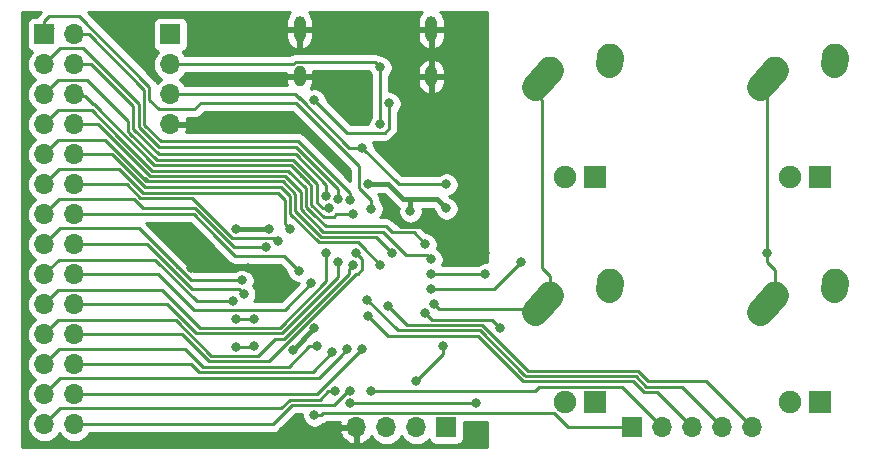
<source format=gbr>
G04 #@! TF.GenerationSoftware,KiCad,Pcbnew,5.1.0*
G04 #@! TF.CreationDate,2019-05-04T21:29:49+08:00*
G04 #@! TF.ProjectId,pcbtest,70636274-6573-4742-9e6b-696361645f70,rev?*
G04 #@! TF.SameCoordinates,Original*
G04 #@! TF.FileFunction,Copper,L1,Top*
G04 #@! TF.FilePolarity,Positive*
%FSLAX46Y46*%
G04 Gerber Fmt 4.6, Leading zero omitted, Abs format (unit mm)*
G04 Created by KiCad (PCBNEW 5.1.0) date 2019-05-04 21:29:49*
%MOMM*%
%LPD*%
G04 APERTURE LIST*
%ADD10R,1.905000X1.905000*%
%ADD11C,1.905000*%
%ADD12C,2.250000*%
%ADD13C,2.250000*%
%ADD14O,1.000000X1.800000*%
%ADD15O,1.000000X2.200000*%
%ADD16R,1.700000X1.700000*%
%ADD17O,1.700000X1.700000*%
%ADD18C,0.800000*%
%ADD19C,0.381000*%
%ADD20C,0.254000*%
G04 APERTURE END LIST*
D10*
X194945000Y-109855000D03*
D11*
X192405000Y-109855000D03*
D12*
X191175000Y-100775000D03*
X190520001Y-101505000D03*
D13*
X189865000Y-102235000D02*
X191175002Y-100775000D01*
D12*
X196215000Y-99695000D03*
X196195000Y-99985000D03*
D13*
X196175000Y-100275000D02*
X196215000Y-99695000D01*
D10*
X213995000Y-109855000D03*
D11*
X211455000Y-109855000D03*
D12*
X210225000Y-100775000D03*
X209570001Y-101505000D03*
D13*
X208915000Y-102235000D02*
X210225002Y-100775000D01*
D12*
X215265000Y-99695000D03*
X215245000Y-99985000D03*
D13*
X215225000Y-100275000D02*
X215265000Y-99695000D01*
D14*
X169939000Y-82300000D03*
X181089000Y-82300000D03*
D15*
X181089000Y-78300000D03*
X169939000Y-78300000D03*
D12*
X215245000Y-80935000D03*
D13*
X215225000Y-81225000D02*
X215265000Y-80645000D01*
D12*
X215265000Y-80645000D03*
X209570001Y-82455000D03*
D13*
X208915000Y-83185000D02*
X210225002Y-81725000D01*
D12*
X210225000Y-81725000D03*
D11*
X211455000Y-90805000D03*
D10*
X213995000Y-90805000D03*
D16*
X182372000Y-112014000D03*
D17*
X179832000Y-112014000D03*
X177292000Y-112014000D03*
X174752000Y-112014000D03*
D16*
X159004000Y-78740000D03*
D17*
X159004000Y-81280000D03*
X159004000Y-83820000D03*
X159004000Y-86360000D03*
D16*
X148336000Y-78740000D03*
D17*
X150876000Y-78740000D03*
X148336000Y-81280000D03*
X150876000Y-81280000D03*
X148336000Y-83820000D03*
X150876000Y-83820000D03*
X148336000Y-86360000D03*
X150876000Y-86360000D03*
X148336000Y-88900000D03*
X150876000Y-88900000D03*
X148336000Y-91440000D03*
X150876000Y-91440000D03*
X148336000Y-93980000D03*
X150876000Y-93980000D03*
X148336000Y-96520000D03*
X150876000Y-96520000D03*
X148336000Y-99060000D03*
X150876000Y-99060000D03*
X148336000Y-101600000D03*
X150876000Y-101600000D03*
X148336000Y-104140000D03*
X150876000Y-104140000D03*
X148336000Y-106680000D03*
X150876000Y-106680000D03*
X148336000Y-109220000D03*
X150876000Y-109220000D03*
X148336000Y-111760000D03*
X150876000Y-111760000D03*
D16*
X198120000Y-112014000D03*
D17*
X200660000Y-112014000D03*
X203200000Y-112014000D03*
X205740000Y-112014000D03*
X208280000Y-112014000D03*
D12*
X196195000Y-80935000D03*
D13*
X196175000Y-81225000D02*
X196215000Y-80645000D01*
D12*
X196215000Y-80645000D03*
X190520001Y-82455000D03*
D13*
X189865000Y-83185000D02*
X191175002Y-81725000D01*
D12*
X191175000Y-81725000D03*
D11*
X192405000Y-90805000D03*
D10*
X194945000Y-90805000D03*
D18*
X178553000Y-88383000D03*
X160782000Y-98552000D03*
X165608000Y-98552000D03*
X162560000Y-86360000D03*
X177611334Y-94045334D03*
X185674000Y-97282000D03*
X184150000Y-88392000D03*
X164592000Y-95250000D03*
X169364290Y-105463710D03*
X179324000Y-93726000D03*
X175768000Y-91440000D03*
X182372000Y-93472000D03*
X167386000Y-95250000D03*
X171196000Y-103632000D03*
X181102000Y-99060000D03*
X185674000Y-99060000D03*
X180594000Y-102362000D03*
X186944000Y-103632000D03*
X175264000Y-88370000D03*
X182372000Y-91440000D03*
X176784000Y-86360000D03*
X176784000Y-81534000D03*
X177546000Y-84582000D03*
X171196000Y-84328000D03*
X181356000Y-101600000D03*
X181102000Y-100330000D03*
X209550000Y-97282000D03*
X188722000Y-98044000D03*
X164535000Y-102813000D03*
X166116000Y-102870000D03*
X164535000Y-105213000D03*
X166116000Y-105156000D03*
X184912000Y-109982000D03*
X174244000Y-109982000D03*
X182118000Y-105156000D03*
X179832000Y-108077000D03*
X175641000Y-101219000D03*
X175768000Y-102616000D03*
X176022000Y-93502991D03*
X174244000Y-92769962D03*
X173228000Y-92710000D03*
X172212000Y-92456000D03*
X164338000Y-101346000D03*
X165227000Y-100711000D03*
X165100000Y-99568000D03*
X170942000Y-99822000D03*
X169863000Y-98743000D03*
X168148000Y-96266000D03*
X167132000Y-96774000D03*
X169164000Y-95250000D03*
X172466000Y-93472000D03*
X172212000Y-97282000D03*
X173228000Y-98044000D03*
X174498000Y-93980000D03*
X174752000Y-97282000D03*
X174498000Y-98298000D03*
X180594000Y-96520000D03*
X181102000Y-97790000D03*
X177800000Y-97282000D03*
X176784000Y-98298000D03*
X177403000Y-101743000D03*
X176022000Y-108966000D03*
X175260000Y-105410000D03*
X173990000Y-105410000D03*
X174244000Y-108966000D03*
X172720000Y-105664000D03*
X172974000Y-108966000D03*
X171450000Y-105156000D03*
X171196000Y-110998000D03*
D19*
X160782000Y-98552000D02*
X165608000Y-98552000D01*
X159004000Y-86360000D02*
X162560000Y-86360000D01*
X178562000Y-94996000D02*
X183388000Y-94996000D01*
X177611334Y-94045334D02*
X178562000Y-94996000D01*
X183388000Y-94996000D02*
X185674000Y-97282000D01*
X184141000Y-88383000D02*
X184150000Y-88392000D01*
X178553000Y-88383000D02*
X184141000Y-88383000D01*
X169364290Y-105463710D02*
X171196000Y-103632000D01*
X181610000Y-92710000D02*
X182372000Y-93472000D01*
X167386000Y-95250000D02*
X166624000Y-95250000D01*
X164592000Y-95250000D02*
X167386000Y-95250000D01*
X179324000Y-93726000D02*
X179324000Y-92710000D01*
X175768000Y-91440000D02*
X177440000Y-91440000D01*
X178710000Y-92710000D02*
X179710000Y-92710000D01*
X177440000Y-91440000D02*
X178710000Y-92710000D01*
X179324000Y-92710000D02*
X179710000Y-92710000D01*
X179710000Y-92710000D02*
X181610000Y-92710000D01*
D20*
X181102000Y-99060000D02*
X185674000Y-99060000D01*
X186401001Y-103089001D02*
X186944000Y-103632000D01*
X186216999Y-102904999D02*
X186944000Y-103632000D01*
X180594000Y-102362000D02*
X181136999Y-102904999D01*
X181136999Y-102904999D02*
X186216999Y-102904999D01*
X178334000Y-91440000D02*
X182372000Y-91440000D01*
X175264000Y-88370000D02*
X178334000Y-91440000D01*
X174162038Y-88370000D02*
X175264000Y-88370000D01*
X160206081Y-83820000D02*
X159004000Y-83820000D01*
X169552067Y-83820000D02*
X160206081Y-83820000D01*
X169963048Y-84230981D02*
X169552067Y-83820000D01*
X170023019Y-84230981D02*
X169963048Y-84230981D01*
X170023019Y-84230981D02*
X174162038Y-88370000D01*
X169866038Y-84074000D02*
X170023019Y-84230981D01*
X176784000Y-82099685D02*
X176784000Y-86360000D01*
X176784000Y-81534000D02*
X176784000Y-82099685D01*
X169596442Y-81072990D02*
X170281558Y-81072990D01*
X176384001Y-81134001D02*
X176784000Y-81534000D01*
X169596442Y-81072990D02*
X176322990Y-81072990D01*
X176322990Y-81072990D02*
X176384001Y-81134001D01*
X169389432Y-81280000D02*
X169596442Y-81072990D01*
X168910000Y-81280000D02*
X169389432Y-81280000D01*
X159004000Y-81280000D02*
X168910000Y-81280000D01*
X169939000Y-78300000D02*
X181089000Y-78300000D01*
X177546000Y-84582000D02*
X177546000Y-86673962D01*
X177546000Y-86673962D02*
X177132961Y-87087001D01*
X173955001Y-87087001D02*
X172021500Y-85153500D01*
X177132961Y-87087001D02*
X173955001Y-87087001D01*
X173643316Y-86775316D02*
X172021500Y-85153500D01*
X172021500Y-85153500D02*
X171196000Y-84328000D01*
X189484000Y-101854000D02*
X189865000Y-102235000D01*
X189865000Y-83185000D02*
X189865000Y-83693000D01*
X189865000Y-83693000D02*
X190500000Y-84328000D01*
X191175000Y-99184010D02*
X191175000Y-100775000D01*
X190500000Y-98509010D02*
X191175000Y-99184010D01*
X190500000Y-84328000D02*
X190500000Y-98509010D01*
X189629999Y-101999999D02*
X189865000Y-102235000D01*
X181755999Y-101999999D02*
X189629999Y-101999999D01*
X181356000Y-101600000D02*
X181755999Y-101999999D01*
X208915000Y-83185000D02*
X208915000Y-83439000D01*
X208915000Y-83439000D02*
X209550000Y-84074000D01*
X210225000Y-98719000D02*
X210225000Y-100775000D01*
X209550000Y-98044000D02*
X210225000Y-98719000D01*
X209550000Y-84074000D02*
X209550000Y-98044000D01*
X186436000Y-100330000D02*
X188722000Y-98044000D01*
X181102000Y-100330000D02*
X186436000Y-100330000D01*
X166059000Y-102813000D02*
X166116000Y-102870000D01*
X164535000Y-102813000D02*
X166059000Y-102813000D01*
X166059000Y-105213000D02*
X166116000Y-105156000D01*
X164535000Y-105213000D02*
X166059000Y-105213000D01*
X184150000Y-109982000D02*
X184912000Y-109982000D01*
X184150000Y-109982000D02*
X184404000Y-109982000D01*
X174244000Y-109982000D02*
X184150000Y-109982000D01*
X182118000Y-105791000D02*
X179832000Y-108077000D01*
X182118000Y-105156000D02*
X182118000Y-105791000D01*
X185211991Y-103813019D02*
X178235019Y-103813019D01*
X188963978Y-107549911D02*
X188948882Y-107549911D01*
X202291011Y-108565011D02*
X199293142Y-108565011D01*
X175708038Y-101286038D02*
X175514000Y-101286038D01*
X205740000Y-112014000D02*
X202291011Y-108565011D01*
X199293142Y-108565011D02*
X198393089Y-107664959D01*
X198393089Y-107664959D02*
X198016975Y-107664959D01*
X188948882Y-107549911D02*
X185211991Y-103813019D01*
X189081546Y-107667479D02*
X188963978Y-107549911D01*
X198016975Y-107664959D02*
X198014455Y-107667479D01*
X198014455Y-107667479D02*
X189081546Y-107667479D01*
X178235019Y-103813019D02*
X175641000Y-101219000D01*
X185023935Y-104267029D02*
X188760825Y-108003921D01*
X175768000Y-102616000D02*
X177419029Y-104267029D01*
X177419029Y-104267029D02*
X185023935Y-104267029D01*
X188775921Y-108003921D02*
X188893489Y-108121489D01*
X188760825Y-108003921D02*
X188775921Y-108003921D01*
X198202511Y-108121489D02*
X198205032Y-108118968D01*
X188893489Y-108121489D02*
X198202511Y-108121489D01*
X198205032Y-108118968D02*
X199105085Y-109019021D01*
X199105085Y-109019021D02*
X200205021Y-109019021D01*
X200205021Y-109019021D02*
X203200000Y-112014000D01*
X149098000Y-78232000D02*
X148590000Y-78740000D01*
X176022000Y-92769962D02*
X175006000Y-91753962D01*
X176022000Y-93502991D02*
X176022000Y-92769962D01*
X175006000Y-89916000D02*
X169618010Y-84528010D01*
X175006000Y-91753962D02*
X175006000Y-89916000D01*
X169618010Y-84528010D02*
X161597990Y-84528010D01*
X161036000Y-85090000D02*
X161597990Y-84528010D01*
X158024038Y-85090000D02*
X161036000Y-85090000D01*
X148336000Y-78740000D02*
X148336000Y-77636000D01*
X157226000Y-84291962D02*
X158024038Y-85090000D01*
X148336000Y-77636000D02*
X148756000Y-77216000D01*
X148756000Y-77216000D02*
X151264067Y-77216000D01*
X151264067Y-77216000D02*
X157225999Y-83177932D01*
X157225999Y-83177932D02*
X157226000Y-84291962D01*
X152146000Y-78740000D02*
X150876000Y-78740000D01*
X152146000Y-78740000D02*
X151130000Y-78740000D01*
X174244000Y-92204277D02*
X174244000Y-92769962D01*
X152078081Y-78740000D02*
X156771990Y-83433909D01*
X150876000Y-78740000D02*
X152078081Y-78740000D01*
X156771990Y-83433909D02*
X156771990Y-86377952D01*
X156771990Y-86377952D02*
X158185039Y-87791001D01*
X158185039Y-87791001D02*
X169830724Y-87791001D01*
X169830724Y-87791001D02*
X174244000Y-92204277D01*
X148590000Y-81026000D02*
X148590000Y-81280000D01*
X173228000Y-91830343D02*
X169642668Y-88245011D01*
X173228000Y-92710000D02*
X173228000Y-91830343D01*
X149698999Y-79917001D02*
X148590000Y-81026000D01*
X169642668Y-88245011D02*
X157996982Y-88245011D01*
X157996982Y-88245011D02*
X156317980Y-86566009D01*
X156317980Y-84648913D02*
X156317980Y-86566009D01*
X151586068Y-79917001D02*
X156317980Y-84648913D01*
X149698999Y-79917001D02*
X151586068Y-79917001D01*
X172212000Y-92456000D02*
X172212000Y-91456409D01*
X172212000Y-91456409D02*
X169663796Y-88908205D01*
X158018109Y-88908205D02*
X155863970Y-86754066D01*
X151892000Y-81280000D02*
X150876000Y-81280000D01*
X151892000Y-81280000D02*
X151130000Y-81280000D01*
X158018110Y-88908205D02*
X159393205Y-88908205D01*
X159393205Y-88908205D02*
X158018109Y-88908205D01*
X169663796Y-88908205D02*
X159393205Y-88908205D01*
X152307001Y-81280000D02*
X155863971Y-84836970D01*
X155863971Y-84836970D02*
X155863971Y-86754066D01*
X151892000Y-81280000D02*
X152307001Y-81280000D01*
X155863971Y-86754066D02*
X158018110Y-88908205D01*
X149531905Y-97864095D02*
X148336000Y-99060000D01*
X157734000Y-97864095D02*
X149531905Y-97864095D01*
X164338000Y-101346000D02*
X161215905Y-101346000D01*
X161215905Y-101346000D02*
X157734000Y-97864095D01*
X165227000Y-100711000D02*
X164827001Y-100311001D01*
X164827001Y-100311001D02*
X160822973Y-100311001D01*
X159287985Y-98776015D02*
X157031970Y-96520000D01*
X157031970Y-96520000D02*
X151130000Y-96520000D01*
X159287985Y-98776015D02*
X159057990Y-98546019D01*
X160822973Y-100311001D02*
X159287985Y-98776015D01*
X160722038Y-99568000D02*
X159512000Y-98357962D01*
X149698999Y-95157001D02*
X148336000Y-96520000D01*
X150206999Y-95157001D02*
X149698999Y-95157001D01*
X150206999Y-95157001D02*
X149952999Y-95157001D01*
X160722038Y-99568000D02*
X161036000Y-99568000D01*
X156311039Y-95157001D02*
X160722038Y-99568000D01*
X150206999Y-95157001D02*
X156311039Y-95157001D01*
X165100000Y-99568000D02*
X161036000Y-99568000D01*
X168690999Y-102073001D02*
X161001001Y-102073001D01*
X170942000Y-99822000D02*
X168690999Y-102073001D01*
X157988000Y-99060000D02*
X151130000Y-99060000D01*
X161001001Y-102073001D02*
X157988000Y-99060000D01*
X168621001Y-97501001D02*
X166589001Y-97501001D01*
X169863000Y-98743000D02*
X168621001Y-97501001D01*
X166589001Y-97501001D02*
X164482906Y-97501001D01*
X162921981Y-95940076D02*
X160961905Y-93980000D01*
X163030953Y-96049047D02*
X162921981Y-95940076D01*
X163030953Y-96049047D02*
X162921980Y-95940076D01*
X164482906Y-97501001D02*
X163030953Y-96049047D01*
X160961905Y-93980000D02*
X151130000Y-93980000D01*
X168148000Y-96266000D02*
X167859001Y-95977001D01*
X167859001Y-95977001D02*
X164243039Y-95977001D01*
X160868058Y-92602020D02*
X164054019Y-95787981D01*
X156461820Y-92602020D02*
X160868058Y-92602020D01*
X155299800Y-91440000D02*
X156461820Y-92602020D01*
X151130000Y-91440000D02*
X155299800Y-91440000D01*
X164243039Y-95977001D02*
X164054019Y-95787981D01*
X164054019Y-95787981D02*
X163830000Y-95563962D01*
X167132000Y-96774000D02*
X164397971Y-96774000D01*
X149606000Y-92710000D02*
X148336000Y-93980000D01*
X150114000Y-92710000D02*
X149606000Y-92710000D01*
X150114000Y-92710000D02*
X149860000Y-92710000D01*
X155927734Y-92710000D02*
X150114000Y-92710000D01*
X163542486Y-95918514D02*
X161095972Y-93472000D01*
X163542486Y-95918514D02*
X163375990Y-95752019D01*
X164397971Y-96774000D02*
X163542486Y-95918514D01*
X156689734Y-93472000D02*
X156068867Y-92851133D01*
X161095972Y-93472000D02*
X156689734Y-93472000D01*
X156315800Y-93098066D02*
X156068867Y-92851133D01*
X156068867Y-92851133D02*
X155927734Y-92710000D01*
X168671951Y-94757951D02*
X168671951Y-92725951D01*
X169164000Y-95250000D02*
X168671951Y-94757951D01*
X168671951Y-92725951D02*
X168094010Y-92148010D01*
X168094010Y-92148010D02*
X156649877Y-92148010D01*
X156649877Y-92148010D02*
X154671867Y-90170000D01*
X149606000Y-90170000D02*
X148336000Y-91440000D01*
X150114000Y-90170000D02*
X149606000Y-90170000D01*
X150114000Y-90170000D02*
X149860000Y-90170000D01*
X154671867Y-90170000D02*
X150114000Y-90170000D01*
X149513001Y-82642999D02*
X148336000Y-83820000D01*
X149952999Y-82642999D02*
X149767001Y-82642999D01*
X171900315Y-93472000D02*
X172466000Y-93472000D01*
X171450000Y-93021685D02*
X171900315Y-93472000D01*
X171450000Y-91440000D02*
X171450000Y-93021685D01*
X157830052Y-89362215D02*
X169372215Y-89362215D01*
X169372215Y-89362215D02*
X171450000Y-91440000D01*
X155409961Y-86942123D02*
X155409961Y-86067961D01*
X155518919Y-87051081D02*
X155409961Y-86942123D01*
X155518919Y-87051081D02*
X157830052Y-89362215D01*
X155409960Y-86942123D02*
X155518919Y-87051081D01*
X151984999Y-82642999D02*
X149640001Y-82642999D01*
X155409961Y-86067961D02*
X151984999Y-82642999D01*
X149952999Y-82642999D02*
X149640001Y-82642999D01*
X149640001Y-82642999D02*
X149513001Y-82642999D01*
X161509009Y-103597009D02*
X158334999Y-100422999D01*
X168242952Y-103597009D02*
X161509009Y-103597009D01*
X172212000Y-97282000D02*
X172212000Y-99627962D01*
X149513001Y-100422999D02*
X148336000Y-101600000D01*
X158334999Y-100422999D02*
X149513001Y-100422999D01*
X172212000Y-99627962D02*
X168242952Y-103597009D01*
X168431009Y-104051019D02*
X161201019Y-104051019D01*
X173228000Y-98044000D02*
X173228000Y-99254028D01*
X173228000Y-99254028D02*
X168431009Y-104051019D01*
X158750000Y-101600000D02*
X151130000Y-101600000D01*
X161201019Y-104051019D02*
X158750000Y-101600000D01*
X171985250Y-94199001D02*
X170942000Y-93155751D01*
X172814961Y-94199001D02*
X171985250Y-94199001D01*
X174498000Y-93980000D02*
X173033962Y-93980000D01*
X173033962Y-93980000D02*
X172814961Y-94199001D01*
X170942000Y-93155751D02*
X170942000Y-91574066D01*
X170942000Y-91574066D02*
X170620967Y-91253033D01*
X170620967Y-91253033D02*
X169991944Y-90624010D01*
X151003000Y-83947000D02*
X150876000Y-83820000D01*
X169184158Y-89816224D02*
X157641995Y-89816224D01*
X157641995Y-89816224D02*
X152495769Y-84669999D01*
X170620967Y-91253033D02*
X169184158Y-89816224D01*
X151765000Y-83947000D02*
X151003000Y-83947000D01*
X152495769Y-84669999D02*
X152487999Y-84669999D01*
X152487999Y-84669999D02*
X151765000Y-83947000D01*
X162291868Y-106426000D02*
X162259878Y-106394010D01*
X162259878Y-106394010D02*
X160005868Y-104140000D01*
X152908000Y-104140000D02*
X151130000Y-104140000D01*
X152908000Y-104140000D02*
X152654000Y-104140000D01*
X160005868Y-104140000D02*
X152908000Y-104140000D01*
X166564029Y-106426000D02*
X165862000Y-106426000D01*
X165862000Y-106426000D02*
X162291868Y-106426000D01*
X174752000Y-97282000D02*
X174752000Y-97476038D01*
X175225001Y-97755001D02*
X174752000Y-97282000D01*
X175225001Y-98646961D02*
X175225001Y-97755001D01*
X174846961Y-99025001D02*
X175225001Y-98646961D01*
X174741160Y-99025001D02*
X174846961Y-99025001D01*
X167340161Y-106426000D02*
X174741160Y-99025001D01*
X165862000Y-106426000D02*
X167340161Y-106426000D01*
X174098001Y-98697999D02*
X174098001Y-99026093D01*
X174498000Y-98298000D02*
X174098001Y-98697999D01*
X174098001Y-99026093D02*
X173416056Y-99708038D01*
X171995047Y-101129047D02*
X171741047Y-101383047D01*
X173416056Y-99708038D02*
X171995047Y-101129047D01*
X149513001Y-102962999D02*
X148336000Y-104140000D01*
X168619066Y-104505029D02*
X167842933Y-104505029D01*
X167842933Y-104505029D02*
X166407961Y-105940001D01*
X171995047Y-101129047D02*
X168619066Y-104505029D01*
X166407961Y-105940001D02*
X162447935Y-105940001D01*
X162447935Y-105940001D02*
X159470933Y-102962999D01*
X159470933Y-102962999D02*
X149513001Y-102962999D01*
X170487990Y-93343808D02*
X170487990Y-91762122D01*
X170487990Y-91762122D02*
X168996102Y-90270234D01*
X168996102Y-90270234D02*
X157453938Y-90270234D01*
X177749538Y-95513510D02*
X177232028Y-94996000D01*
X180594000Y-96520000D02*
X179587510Y-95513510D01*
X177232028Y-94996000D02*
X172140180Y-94996000D01*
X179587510Y-95513510D02*
X177749538Y-95513510D01*
X171160091Y-94015911D02*
X171160091Y-94015909D01*
X172140180Y-94996000D02*
X171160091Y-94015911D01*
X172140182Y-94996000D02*
X171160091Y-94015909D01*
X171160091Y-94015909D02*
X170487990Y-93343808D01*
X150021001Y-85182999D02*
X149513001Y-85182999D01*
X150021001Y-85182999D02*
X149767001Y-85182999D01*
X149185999Y-85510001D02*
X148336000Y-86360000D01*
X149513001Y-85182999D02*
X149185999Y-85510001D01*
X152366701Y-85182999D02*
X151291001Y-85182999D01*
X154686351Y-87502649D02*
X152366701Y-85182999D01*
X154686351Y-87502649D02*
X154501940Y-87318237D01*
X151291001Y-85182999D02*
X149513001Y-85182999D01*
X157453938Y-90270234D02*
X154686351Y-87502649D01*
X168702244Y-90724244D02*
X157265881Y-90724244D01*
X170033980Y-92055980D02*
X168702244Y-90724244D01*
X170033980Y-93531865D02*
X170033980Y-92055980D01*
X178983963Y-97390001D02*
X177043972Y-95450010D01*
X181102000Y-97790000D02*
X180702001Y-97390001D01*
X180702001Y-97390001D02*
X178983963Y-97390001D01*
X171952124Y-95450010D02*
X171855057Y-95352943D01*
X177043972Y-95450010D02*
X171952124Y-95450010D01*
X171952125Y-95450010D02*
X171855057Y-95352943D01*
X171855057Y-95352943D02*
X170033980Y-93531865D01*
X154238318Y-87696682D02*
X152901636Y-86360000D01*
X152901636Y-86360000D02*
X150876000Y-86360000D01*
X154238318Y-87696682D02*
X154047930Y-87506294D01*
X157265881Y-90724244D02*
X154238318Y-87696682D01*
X171764068Y-95904020D02*
X169579970Y-93719922D01*
X177800000Y-97282000D02*
X176422020Y-95904020D01*
X176422020Y-95904020D02*
X171764068Y-95904020D01*
X169579970Y-93719922D02*
X169579970Y-92244036D01*
X169579970Y-92244036D02*
X168514188Y-91178254D01*
X157077824Y-91178254D02*
X156811871Y-90912301D01*
X168514188Y-91178254D02*
X157077824Y-91178254D01*
X157077824Y-91178254D02*
X156964254Y-91178254D01*
X156964254Y-91178254D02*
X153508999Y-87722999D01*
X149513001Y-87722999D02*
X148336000Y-88900000D01*
X150021001Y-87722999D02*
X149767001Y-87722999D01*
X150021001Y-87722999D02*
X149513001Y-87722999D01*
X153508999Y-87722999D02*
X150021001Y-87722999D01*
X156837934Y-91694000D02*
X156776197Y-91632263D01*
X154043934Y-88900000D02*
X151130000Y-88900000D01*
X156837934Y-91694000D02*
X154043934Y-88900000D01*
X174903992Y-96358030D02*
X175289981Y-96744019D01*
X171576011Y-96358030D02*
X174903992Y-96358030D01*
X175289981Y-96744019D02*
X176784000Y-98238038D01*
X175100961Y-96554999D02*
X175289981Y-96744019D01*
X168387868Y-91694000D02*
X169125960Y-92432092D01*
X169125960Y-92432092D02*
X169125960Y-93907979D01*
X156837934Y-91694000D02*
X168387868Y-91694000D01*
X169125960Y-93907979D02*
X171576011Y-96358030D01*
X198581146Y-107210949D02*
X199481199Y-108111001D01*
X204377001Y-108111001D02*
X208280000Y-112014000D01*
X189272123Y-107210949D02*
X198581146Y-107210949D01*
X177403000Y-101743000D02*
X179019009Y-103359009D01*
X179019009Y-103359009D02*
X185400047Y-103359009D01*
X185400047Y-103359009D02*
X189136939Y-107095901D01*
X199481199Y-108111001D02*
X204377001Y-108111001D01*
X189269603Y-107213469D02*
X189272123Y-107210949D01*
X189136939Y-107095901D02*
X189152035Y-107095901D01*
X189152035Y-107095901D02*
X189269603Y-107213469D01*
X176022000Y-108966000D02*
X189855499Y-108966000D01*
X197221499Y-108575499D02*
X198628000Y-109982000D01*
X189855499Y-108966000D02*
X190246000Y-108575499D01*
X198120000Y-109474000D02*
X198628000Y-109982000D01*
X190246000Y-108575499D02*
X197221499Y-108575499D01*
X198628000Y-109982000D02*
X200660000Y-112014000D01*
X171450000Y-109220000D02*
X151130000Y-109220000D01*
X175260000Y-105410000D02*
X171450000Y-109220000D01*
X149698999Y-107857001D02*
X148336000Y-109220000D01*
X171602961Y-107857001D02*
X149698999Y-107857001D01*
X173447001Y-106012961D02*
X171602961Y-107857001D01*
X173990000Y-105410000D02*
X173447001Y-105952999D01*
X173447001Y-105952999D02*
X173447001Y-106012961D01*
X172887942Y-110128020D02*
X169298067Y-110128020D01*
X174049962Y-108966000D02*
X172887942Y-110128020D01*
X152332081Y-111760000D02*
X151130000Y-111760000D01*
X167666087Y-111760000D02*
X152332081Y-111760000D01*
X169298067Y-110128020D02*
X167666087Y-111760000D01*
X174244000Y-108966000D02*
X174049962Y-108966000D01*
X171049980Y-107334020D02*
X161436020Y-107334020D01*
X172720000Y-105664000D02*
X171049980Y-107334020D01*
X160782000Y-106680000D02*
X151130000Y-106680000D01*
X161436020Y-107334020D02*
X160782000Y-106680000D01*
X172974000Y-108966000D02*
X172408315Y-108966000D01*
X172346066Y-108966000D02*
X171638057Y-109674010D01*
X172408315Y-108966000D02*
X172346066Y-108966000D01*
X169110010Y-109674010D02*
X168387019Y-110397001D01*
X154524999Y-110397001D02*
X153000999Y-110397001D01*
X168387019Y-110397001D02*
X153000999Y-110397001D01*
X171638057Y-109674010D02*
X169110010Y-109674010D01*
X149698999Y-110397001D02*
X148336000Y-111760000D01*
X150206999Y-110397001D02*
X149698999Y-110397001D01*
X150206999Y-110397001D02*
X149952999Y-110397001D01*
X153000999Y-110397001D02*
X150206999Y-110397001D01*
X169023952Y-106880010D02*
X161744010Y-106880010D01*
X171450000Y-105156000D02*
X170747962Y-105156000D01*
X170747962Y-105156000D02*
X169023952Y-106880010D01*
X160782000Y-105918000D02*
X160366999Y-105502999D01*
X161744010Y-106880010D02*
X160782000Y-105918000D01*
X149606000Y-105410000D02*
X148336000Y-106680000D01*
X160782000Y-105918000D02*
X160274000Y-105410000D01*
X160274000Y-105410000D02*
X149606000Y-105410000D01*
X191493337Y-110836999D02*
X192670338Y-112014000D01*
X192670338Y-112014000D02*
X196850000Y-112014000D01*
X196850000Y-112014000D02*
X198120000Y-112014000D01*
X171761685Y-110998000D02*
X171196000Y-110998000D01*
X171922686Y-110836999D02*
X171761685Y-110998000D01*
X175098999Y-110836999D02*
X171922686Y-110836999D01*
X175098999Y-110836999D02*
X191493337Y-110836999D01*
X174187039Y-110836999D02*
X175098999Y-110836999D01*
G36*
X147823650Y-77070720D02*
G01*
X147794579Y-77094578D01*
X147770722Y-77123648D01*
X147770721Y-77123649D01*
X147699355Y-77210608D01*
X147677269Y-77251928D01*
X147486000Y-77251928D01*
X147361518Y-77264188D01*
X147241820Y-77300498D01*
X147131506Y-77359463D01*
X147034815Y-77438815D01*
X146955463Y-77535506D01*
X146896498Y-77645820D01*
X146860188Y-77765518D01*
X146847928Y-77890000D01*
X146847928Y-79590000D01*
X146860188Y-79714482D01*
X146896498Y-79834180D01*
X146955463Y-79944494D01*
X147034815Y-80041185D01*
X147131506Y-80120537D01*
X147241820Y-80179502D01*
X147310687Y-80200393D01*
X147280866Y-80224866D01*
X147095294Y-80450986D01*
X146957401Y-80708966D01*
X146872487Y-80988889D01*
X146843815Y-81280000D01*
X146872487Y-81571111D01*
X146957401Y-81851034D01*
X147095294Y-82109014D01*
X147280866Y-82335134D01*
X147506986Y-82520706D01*
X147561791Y-82550000D01*
X147506986Y-82579294D01*
X147280866Y-82764866D01*
X147095294Y-82990986D01*
X146957401Y-83248966D01*
X146872487Y-83528889D01*
X146843815Y-83820000D01*
X146872487Y-84111111D01*
X146957401Y-84391034D01*
X147095294Y-84649014D01*
X147280866Y-84875134D01*
X147506986Y-85060706D01*
X147561791Y-85090000D01*
X147506986Y-85119294D01*
X147280866Y-85304866D01*
X147095294Y-85530986D01*
X146957401Y-85788966D01*
X146872487Y-86068889D01*
X146843815Y-86360000D01*
X146872487Y-86651111D01*
X146957401Y-86931034D01*
X147095294Y-87189014D01*
X147280866Y-87415134D01*
X147506986Y-87600706D01*
X147561791Y-87630000D01*
X147506986Y-87659294D01*
X147280866Y-87844866D01*
X147095294Y-88070986D01*
X146957401Y-88328966D01*
X146872487Y-88608889D01*
X146843815Y-88900000D01*
X146872487Y-89191111D01*
X146957401Y-89471034D01*
X147095294Y-89729014D01*
X147280866Y-89955134D01*
X147506986Y-90140706D01*
X147561791Y-90170000D01*
X147506986Y-90199294D01*
X147280866Y-90384866D01*
X147095294Y-90610986D01*
X146957401Y-90868966D01*
X146872487Y-91148889D01*
X146843815Y-91440000D01*
X146872487Y-91731111D01*
X146957401Y-92011034D01*
X147095294Y-92269014D01*
X147280866Y-92495134D01*
X147506986Y-92680706D01*
X147561791Y-92710000D01*
X147506986Y-92739294D01*
X147280866Y-92924866D01*
X147095294Y-93150986D01*
X146957401Y-93408966D01*
X146872487Y-93688889D01*
X146843815Y-93980000D01*
X146872487Y-94271111D01*
X146957401Y-94551034D01*
X147095294Y-94809014D01*
X147280866Y-95035134D01*
X147506986Y-95220706D01*
X147561791Y-95250000D01*
X147506986Y-95279294D01*
X147280866Y-95464866D01*
X147095294Y-95690986D01*
X146957401Y-95948966D01*
X146872487Y-96228889D01*
X146843815Y-96520000D01*
X146872487Y-96811111D01*
X146957401Y-97091034D01*
X147095294Y-97349014D01*
X147280866Y-97575134D01*
X147506986Y-97760706D01*
X147561791Y-97790000D01*
X147506986Y-97819294D01*
X147280866Y-98004866D01*
X147095294Y-98230986D01*
X146957401Y-98488966D01*
X146872487Y-98768889D01*
X146843815Y-99060000D01*
X146872487Y-99351111D01*
X146957401Y-99631034D01*
X147095294Y-99889014D01*
X147280866Y-100115134D01*
X147506986Y-100300706D01*
X147561791Y-100330000D01*
X147506986Y-100359294D01*
X147280866Y-100544866D01*
X147095294Y-100770986D01*
X146957401Y-101028966D01*
X146872487Y-101308889D01*
X146843815Y-101600000D01*
X146872487Y-101891111D01*
X146957401Y-102171034D01*
X147095294Y-102429014D01*
X147280866Y-102655134D01*
X147506986Y-102840706D01*
X147561791Y-102870000D01*
X147506986Y-102899294D01*
X147280866Y-103084866D01*
X147095294Y-103310986D01*
X146957401Y-103568966D01*
X146872487Y-103848889D01*
X146843815Y-104140000D01*
X146872487Y-104431111D01*
X146957401Y-104711034D01*
X147095294Y-104969014D01*
X147280866Y-105195134D01*
X147506986Y-105380706D01*
X147561791Y-105410000D01*
X147506986Y-105439294D01*
X147280866Y-105624866D01*
X147095294Y-105850986D01*
X146957401Y-106108966D01*
X146872487Y-106388889D01*
X146843815Y-106680000D01*
X146872487Y-106971111D01*
X146957401Y-107251034D01*
X147095294Y-107509014D01*
X147280866Y-107735134D01*
X147506986Y-107920706D01*
X147561791Y-107950000D01*
X147506986Y-107979294D01*
X147280866Y-108164866D01*
X147095294Y-108390986D01*
X146957401Y-108648966D01*
X146872487Y-108928889D01*
X146843815Y-109220000D01*
X146872487Y-109511111D01*
X146957401Y-109791034D01*
X147095294Y-110049014D01*
X147280866Y-110275134D01*
X147506986Y-110460706D01*
X147561791Y-110490000D01*
X147506986Y-110519294D01*
X147280866Y-110704866D01*
X147095294Y-110930986D01*
X146957401Y-111188966D01*
X146872487Y-111468889D01*
X146843815Y-111760000D01*
X146872487Y-112051111D01*
X146957401Y-112331034D01*
X147095294Y-112589014D01*
X147280866Y-112815134D01*
X147506986Y-113000706D01*
X147764966Y-113138599D01*
X148044889Y-113223513D01*
X148263050Y-113245000D01*
X148408950Y-113245000D01*
X148627111Y-113223513D01*
X148907034Y-113138599D01*
X149165014Y-113000706D01*
X149391134Y-112815134D01*
X149576706Y-112589014D01*
X149606000Y-112534209D01*
X149635294Y-112589014D01*
X149820866Y-112815134D01*
X150046986Y-113000706D01*
X150304966Y-113138599D01*
X150584889Y-113223513D01*
X150803050Y-113245000D01*
X150948950Y-113245000D01*
X151167111Y-113223513D01*
X151447034Y-113138599D01*
X151705014Y-113000706D01*
X151931134Y-112815134D01*
X152116706Y-112589014D01*
X152152526Y-112522000D01*
X167628664Y-112522000D01*
X167666087Y-112525686D01*
X167703510Y-112522000D01*
X167703513Y-112522000D01*
X167815465Y-112510974D01*
X167959102Y-112467402D01*
X168091479Y-112396645D01*
X168122860Y-112370891D01*
X173310519Y-112370891D01*
X173407843Y-112645252D01*
X173556822Y-112895355D01*
X173751731Y-113111588D01*
X173985080Y-113285641D01*
X174247901Y-113410825D01*
X174395110Y-113455476D01*
X174625000Y-113334155D01*
X174625000Y-112141000D01*
X173431186Y-112141000D01*
X173310519Y-112370891D01*
X168122860Y-112370891D01*
X168207509Y-112301422D01*
X168231371Y-112272346D01*
X169613698Y-110890020D01*
X170162202Y-110890020D01*
X170161000Y-110896061D01*
X170161000Y-111099939D01*
X170200774Y-111299898D01*
X170278795Y-111488256D01*
X170392063Y-111657774D01*
X170536226Y-111801937D01*
X170705744Y-111915205D01*
X170894102Y-111993226D01*
X171094061Y-112033000D01*
X171297939Y-112033000D01*
X171497898Y-111993226D01*
X171686256Y-111915205D01*
X171855774Y-111801937D01*
X171908483Y-111749228D01*
X171911063Y-111748974D01*
X172054700Y-111705402D01*
X172187077Y-111634645D01*
X172230512Y-111598999D01*
X173331132Y-111598999D01*
X173310519Y-111657109D01*
X173431186Y-111887000D01*
X174625000Y-111887000D01*
X174625000Y-111867000D01*
X174879000Y-111867000D01*
X174879000Y-111887000D01*
X174899000Y-111887000D01*
X174899000Y-112141000D01*
X174879000Y-112141000D01*
X174879000Y-113334155D01*
X175108890Y-113455476D01*
X175256099Y-113410825D01*
X175518920Y-113285641D01*
X175752269Y-113111588D01*
X175947178Y-112895355D01*
X176016799Y-112778477D01*
X176051294Y-112843014D01*
X176236866Y-113069134D01*
X176462986Y-113254706D01*
X176720966Y-113392599D01*
X177000889Y-113477513D01*
X177219050Y-113499000D01*
X177364950Y-113499000D01*
X177583111Y-113477513D01*
X177863034Y-113392599D01*
X178121014Y-113254706D01*
X178347134Y-113069134D01*
X178532706Y-112843014D01*
X178562000Y-112788209D01*
X178591294Y-112843014D01*
X178776866Y-113069134D01*
X179002986Y-113254706D01*
X179260966Y-113392599D01*
X179540889Y-113477513D01*
X179759050Y-113499000D01*
X179904950Y-113499000D01*
X180123111Y-113477513D01*
X180403034Y-113392599D01*
X180661014Y-113254706D01*
X180887134Y-113069134D01*
X180911607Y-113039313D01*
X180932498Y-113108180D01*
X180991463Y-113218494D01*
X181070815Y-113315185D01*
X181167506Y-113394537D01*
X181277820Y-113453502D01*
X181397518Y-113489812D01*
X181522000Y-113502072D01*
X183222000Y-113502072D01*
X183346482Y-113489812D01*
X183466180Y-113453502D01*
X183576494Y-113394537D01*
X183673185Y-113315185D01*
X183752537Y-113218494D01*
X183811502Y-113108180D01*
X183847812Y-112988482D01*
X183860072Y-112864000D01*
X183860072Y-111598999D01*
X185801000Y-111598999D01*
X185801000Y-113640000D01*
X146456000Y-113640000D01*
X146456000Y-76860000D01*
X148034371Y-76860000D01*
X147823650Y-77070720D01*
X147823650Y-77070720D01*
G37*
X147823650Y-77070720D02*
X147794579Y-77094578D01*
X147770722Y-77123648D01*
X147770721Y-77123649D01*
X147699355Y-77210608D01*
X147677269Y-77251928D01*
X147486000Y-77251928D01*
X147361518Y-77264188D01*
X147241820Y-77300498D01*
X147131506Y-77359463D01*
X147034815Y-77438815D01*
X146955463Y-77535506D01*
X146896498Y-77645820D01*
X146860188Y-77765518D01*
X146847928Y-77890000D01*
X146847928Y-79590000D01*
X146860188Y-79714482D01*
X146896498Y-79834180D01*
X146955463Y-79944494D01*
X147034815Y-80041185D01*
X147131506Y-80120537D01*
X147241820Y-80179502D01*
X147310687Y-80200393D01*
X147280866Y-80224866D01*
X147095294Y-80450986D01*
X146957401Y-80708966D01*
X146872487Y-80988889D01*
X146843815Y-81280000D01*
X146872487Y-81571111D01*
X146957401Y-81851034D01*
X147095294Y-82109014D01*
X147280866Y-82335134D01*
X147506986Y-82520706D01*
X147561791Y-82550000D01*
X147506986Y-82579294D01*
X147280866Y-82764866D01*
X147095294Y-82990986D01*
X146957401Y-83248966D01*
X146872487Y-83528889D01*
X146843815Y-83820000D01*
X146872487Y-84111111D01*
X146957401Y-84391034D01*
X147095294Y-84649014D01*
X147280866Y-84875134D01*
X147506986Y-85060706D01*
X147561791Y-85090000D01*
X147506986Y-85119294D01*
X147280866Y-85304866D01*
X147095294Y-85530986D01*
X146957401Y-85788966D01*
X146872487Y-86068889D01*
X146843815Y-86360000D01*
X146872487Y-86651111D01*
X146957401Y-86931034D01*
X147095294Y-87189014D01*
X147280866Y-87415134D01*
X147506986Y-87600706D01*
X147561791Y-87630000D01*
X147506986Y-87659294D01*
X147280866Y-87844866D01*
X147095294Y-88070986D01*
X146957401Y-88328966D01*
X146872487Y-88608889D01*
X146843815Y-88900000D01*
X146872487Y-89191111D01*
X146957401Y-89471034D01*
X147095294Y-89729014D01*
X147280866Y-89955134D01*
X147506986Y-90140706D01*
X147561791Y-90170000D01*
X147506986Y-90199294D01*
X147280866Y-90384866D01*
X147095294Y-90610986D01*
X146957401Y-90868966D01*
X146872487Y-91148889D01*
X146843815Y-91440000D01*
X146872487Y-91731111D01*
X146957401Y-92011034D01*
X147095294Y-92269014D01*
X147280866Y-92495134D01*
X147506986Y-92680706D01*
X147561791Y-92710000D01*
X147506986Y-92739294D01*
X147280866Y-92924866D01*
X147095294Y-93150986D01*
X146957401Y-93408966D01*
X146872487Y-93688889D01*
X146843815Y-93980000D01*
X146872487Y-94271111D01*
X146957401Y-94551034D01*
X147095294Y-94809014D01*
X147280866Y-95035134D01*
X147506986Y-95220706D01*
X147561791Y-95250000D01*
X147506986Y-95279294D01*
X147280866Y-95464866D01*
X147095294Y-95690986D01*
X146957401Y-95948966D01*
X146872487Y-96228889D01*
X146843815Y-96520000D01*
X146872487Y-96811111D01*
X146957401Y-97091034D01*
X147095294Y-97349014D01*
X147280866Y-97575134D01*
X147506986Y-97760706D01*
X147561791Y-97790000D01*
X147506986Y-97819294D01*
X147280866Y-98004866D01*
X147095294Y-98230986D01*
X146957401Y-98488966D01*
X146872487Y-98768889D01*
X146843815Y-99060000D01*
X146872487Y-99351111D01*
X146957401Y-99631034D01*
X147095294Y-99889014D01*
X147280866Y-100115134D01*
X147506986Y-100300706D01*
X147561791Y-100330000D01*
X147506986Y-100359294D01*
X147280866Y-100544866D01*
X147095294Y-100770986D01*
X146957401Y-101028966D01*
X146872487Y-101308889D01*
X146843815Y-101600000D01*
X146872487Y-101891111D01*
X146957401Y-102171034D01*
X147095294Y-102429014D01*
X147280866Y-102655134D01*
X147506986Y-102840706D01*
X147561791Y-102870000D01*
X147506986Y-102899294D01*
X147280866Y-103084866D01*
X147095294Y-103310986D01*
X146957401Y-103568966D01*
X146872487Y-103848889D01*
X146843815Y-104140000D01*
X146872487Y-104431111D01*
X146957401Y-104711034D01*
X147095294Y-104969014D01*
X147280866Y-105195134D01*
X147506986Y-105380706D01*
X147561791Y-105410000D01*
X147506986Y-105439294D01*
X147280866Y-105624866D01*
X147095294Y-105850986D01*
X146957401Y-106108966D01*
X146872487Y-106388889D01*
X146843815Y-106680000D01*
X146872487Y-106971111D01*
X146957401Y-107251034D01*
X147095294Y-107509014D01*
X147280866Y-107735134D01*
X147506986Y-107920706D01*
X147561791Y-107950000D01*
X147506986Y-107979294D01*
X147280866Y-108164866D01*
X147095294Y-108390986D01*
X146957401Y-108648966D01*
X146872487Y-108928889D01*
X146843815Y-109220000D01*
X146872487Y-109511111D01*
X146957401Y-109791034D01*
X147095294Y-110049014D01*
X147280866Y-110275134D01*
X147506986Y-110460706D01*
X147561791Y-110490000D01*
X147506986Y-110519294D01*
X147280866Y-110704866D01*
X147095294Y-110930986D01*
X146957401Y-111188966D01*
X146872487Y-111468889D01*
X146843815Y-111760000D01*
X146872487Y-112051111D01*
X146957401Y-112331034D01*
X147095294Y-112589014D01*
X147280866Y-112815134D01*
X147506986Y-113000706D01*
X147764966Y-113138599D01*
X148044889Y-113223513D01*
X148263050Y-113245000D01*
X148408950Y-113245000D01*
X148627111Y-113223513D01*
X148907034Y-113138599D01*
X149165014Y-113000706D01*
X149391134Y-112815134D01*
X149576706Y-112589014D01*
X149606000Y-112534209D01*
X149635294Y-112589014D01*
X149820866Y-112815134D01*
X150046986Y-113000706D01*
X150304966Y-113138599D01*
X150584889Y-113223513D01*
X150803050Y-113245000D01*
X150948950Y-113245000D01*
X151167111Y-113223513D01*
X151447034Y-113138599D01*
X151705014Y-113000706D01*
X151931134Y-112815134D01*
X152116706Y-112589014D01*
X152152526Y-112522000D01*
X167628664Y-112522000D01*
X167666087Y-112525686D01*
X167703510Y-112522000D01*
X167703513Y-112522000D01*
X167815465Y-112510974D01*
X167959102Y-112467402D01*
X168091479Y-112396645D01*
X168122860Y-112370891D01*
X173310519Y-112370891D01*
X173407843Y-112645252D01*
X173556822Y-112895355D01*
X173751731Y-113111588D01*
X173985080Y-113285641D01*
X174247901Y-113410825D01*
X174395110Y-113455476D01*
X174625000Y-113334155D01*
X174625000Y-112141000D01*
X173431186Y-112141000D01*
X173310519Y-112370891D01*
X168122860Y-112370891D01*
X168207509Y-112301422D01*
X168231371Y-112272346D01*
X169613698Y-110890020D01*
X170162202Y-110890020D01*
X170161000Y-110896061D01*
X170161000Y-111099939D01*
X170200774Y-111299898D01*
X170278795Y-111488256D01*
X170392063Y-111657774D01*
X170536226Y-111801937D01*
X170705744Y-111915205D01*
X170894102Y-111993226D01*
X171094061Y-112033000D01*
X171297939Y-112033000D01*
X171497898Y-111993226D01*
X171686256Y-111915205D01*
X171855774Y-111801937D01*
X171908483Y-111749228D01*
X171911063Y-111748974D01*
X172054700Y-111705402D01*
X172187077Y-111634645D01*
X172230512Y-111598999D01*
X173331132Y-111598999D01*
X173310519Y-111657109D01*
X173431186Y-111887000D01*
X174625000Y-111887000D01*
X174625000Y-111867000D01*
X174879000Y-111867000D01*
X174879000Y-111887000D01*
X174899000Y-111887000D01*
X174899000Y-112141000D01*
X174879000Y-112141000D01*
X174879000Y-113334155D01*
X175108890Y-113455476D01*
X175256099Y-113410825D01*
X175518920Y-113285641D01*
X175752269Y-113111588D01*
X175947178Y-112895355D01*
X176016799Y-112778477D01*
X176051294Y-112843014D01*
X176236866Y-113069134D01*
X176462986Y-113254706D01*
X176720966Y-113392599D01*
X177000889Y-113477513D01*
X177219050Y-113499000D01*
X177364950Y-113499000D01*
X177583111Y-113477513D01*
X177863034Y-113392599D01*
X178121014Y-113254706D01*
X178347134Y-113069134D01*
X178532706Y-112843014D01*
X178562000Y-112788209D01*
X178591294Y-112843014D01*
X178776866Y-113069134D01*
X179002986Y-113254706D01*
X179260966Y-113392599D01*
X179540889Y-113477513D01*
X179759050Y-113499000D01*
X179904950Y-113499000D01*
X180123111Y-113477513D01*
X180403034Y-113392599D01*
X180661014Y-113254706D01*
X180887134Y-113069134D01*
X180911607Y-113039313D01*
X180932498Y-113108180D01*
X180991463Y-113218494D01*
X181070815Y-113315185D01*
X181167506Y-113394537D01*
X181277820Y-113453502D01*
X181397518Y-113489812D01*
X181522000Y-113502072D01*
X183222000Y-113502072D01*
X183346482Y-113489812D01*
X183466180Y-113453502D01*
X183576494Y-113394537D01*
X183673185Y-113315185D01*
X183752537Y-113218494D01*
X183811502Y-113108180D01*
X183847812Y-112988482D01*
X183860072Y-112864000D01*
X183860072Y-111598999D01*
X185801000Y-111598999D01*
X185801000Y-113640000D01*
X146456000Y-113640000D01*
X146456000Y-76860000D01*
X148034371Y-76860000D01*
X147823650Y-77070720D01*
G36*
X162409629Y-96505355D02*
G01*
X162409634Y-96505359D01*
X162494741Y-96590464D01*
X163917626Y-98013352D01*
X163941484Y-98042423D01*
X163970554Y-98066280D01*
X164057512Y-98137645D01*
X164147319Y-98185648D01*
X164189891Y-98208403D01*
X164333528Y-98251975D01*
X164445480Y-98263001D01*
X164445482Y-98263001D01*
X164482905Y-98266687D01*
X164520328Y-98263001D01*
X168305371Y-98263001D01*
X168828000Y-98785631D01*
X168828000Y-98844939D01*
X168867774Y-99044898D01*
X168945795Y-99233256D01*
X169059063Y-99402774D01*
X169203226Y-99546937D01*
X169372744Y-99660205D01*
X169561102Y-99738226D01*
X169761061Y-99778000D01*
X169907000Y-99778000D01*
X169907000Y-99779369D01*
X168375369Y-101311001D01*
X166070876Y-101311001D01*
X166144205Y-101201256D01*
X166222226Y-101012898D01*
X166262000Y-100812939D01*
X166262000Y-100609061D01*
X166222226Y-100409102D01*
X166144205Y-100220744D01*
X166030937Y-100051226D01*
X166023286Y-100043575D01*
X166095226Y-99869898D01*
X166135000Y-99669939D01*
X166135000Y-99466061D01*
X166095226Y-99266102D01*
X166017205Y-99077744D01*
X165903937Y-98908226D01*
X165759774Y-98764063D01*
X165590256Y-98650795D01*
X165401898Y-98572774D01*
X165201939Y-98533000D01*
X164998061Y-98533000D01*
X164798102Y-98572774D01*
X164609744Y-98650795D01*
X164440226Y-98764063D01*
X164398289Y-98806000D01*
X161037669Y-98806000D01*
X160024351Y-97792683D01*
X156973668Y-94742000D01*
X160646275Y-94742000D01*
X162409629Y-96505355D01*
X162409629Y-96505355D01*
G37*
X162409629Y-96505355D02*
X162409634Y-96505359D01*
X162494741Y-96590464D01*
X163917626Y-98013352D01*
X163941484Y-98042423D01*
X163970554Y-98066280D01*
X164057512Y-98137645D01*
X164147319Y-98185648D01*
X164189891Y-98208403D01*
X164333528Y-98251975D01*
X164445480Y-98263001D01*
X164445482Y-98263001D01*
X164482905Y-98266687D01*
X164520328Y-98263001D01*
X168305371Y-98263001D01*
X168828000Y-98785631D01*
X168828000Y-98844939D01*
X168867774Y-99044898D01*
X168945795Y-99233256D01*
X169059063Y-99402774D01*
X169203226Y-99546937D01*
X169372744Y-99660205D01*
X169561102Y-99738226D01*
X169761061Y-99778000D01*
X169907000Y-99778000D01*
X169907000Y-99779369D01*
X168375369Y-101311001D01*
X166070876Y-101311001D01*
X166144205Y-101201256D01*
X166222226Y-101012898D01*
X166262000Y-100812939D01*
X166262000Y-100609061D01*
X166222226Y-100409102D01*
X166144205Y-100220744D01*
X166030937Y-100051226D01*
X166023286Y-100043575D01*
X166095226Y-99869898D01*
X166135000Y-99669939D01*
X166135000Y-99466061D01*
X166095226Y-99266102D01*
X166017205Y-99077744D01*
X165903937Y-98908226D01*
X165759774Y-98764063D01*
X165590256Y-98650795D01*
X165401898Y-98572774D01*
X165201939Y-98533000D01*
X164998061Y-98533000D01*
X164798102Y-98572774D01*
X164609744Y-98650795D01*
X164440226Y-98764063D01*
X164398289Y-98806000D01*
X161037669Y-98806000D01*
X160024351Y-97792683D01*
X156973668Y-94742000D01*
X160646275Y-94742000D01*
X162409629Y-96505355D01*
G36*
X169065839Y-76963831D02*
G01*
X168938997Y-77148322D01*
X168850585Y-77354013D01*
X168804000Y-77573000D01*
X168804000Y-78173000D01*
X169812000Y-78173000D01*
X169812000Y-78153000D01*
X170066000Y-78153000D01*
X170066000Y-78173000D01*
X171074000Y-78173000D01*
X171074000Y-77573000D01*
X171027415Y-77354013D01*
X170939003Y-77148322D01*
X170812161Y-76963831D01*
X170705540Y-76860000D01*
X180322460Y-76860000D01*
X180215839Y-76963831D01*
X180088997Y-77148322D01*
X180000585Y-77354013D01*
X179954000Y-77573000D01*
X179954000Y-78173000D01*
X180962000Y-78173000D01*
X180962000Y-78153000D01*
X181216000Y-78153000D01*
X181216000Y-78173000D01*
X182224000Y-78173000D01*
X182224000Y-77573000D01*
X182177415Y-77354013D01*
X182089003Y-77148322D01*
X181962161Y-76963831D01*
X181855540Y-76860000D01*
X185801000Y-76860000D01*
X185801000Y-98029985D01*
X185775939Y-98025000D01*
X185572061Y-98025000D01*
X185372102Y-98064774D01*
X185183744Y-98142795D01*
X185014226Y-98256063D01*
X184972289Y-98298000D01*
X182007349Y-98298000D01*
X182019205Y-98280256D01*
X182097226Y-98091898D01*
X182137000Y-97891939D01*
X182137000Y-97688061D01*
X182097226Y-97488102D01*
X182019205Y-97299744D01*
X181905937Y-97130226D01*
X181761774Y-96986063D01*
X181592256Y-96872795D01*
X181571675Y-96864270D01*
X181589226Y-96821898D01*
X181629000Y-96621939D01*
X181629000Y-96418061D01*
X181589226Y-96218102D01*
X181511205Y-96029744D01*
X181397937Y-95860226D01*
X181253774Y-95716063D01*
X181084256Y-95602795D01*
X180895898Y-95524774D01*
X180695939Y-95485000D01*
X180636631Y-95485000D01*
X180152794Y-95001164D01*
X180128932Y-94972088D01*
X180012902Y-94876865D01*
X179880525Y-94806108D01*
X179736888Y-94762536D01*
X179624936Y-94751510D01*
X179624933Y-94751510D01*
X179587510Y-94747824D01*
X179550087Y-94751510D01*
X179473649Y-94751510D01*
X179625898Y-94721226D01*
X179814256Y-94643205D01*
X179983774Y-94529937D01*
X180127937Y-94385774D01*
X180241205Y-94216256D01*
X180319226Y-94027898D01*
X180359000Y-93827939D01*
X180359000Y-93624061D01*
X180341384Y-93535500D01*
X181268067Y-93535500D01*
X181344572Y-93612004D01*
X181376774Y-93773898D01*
X181454795Y-93962256D01*
X181568063Y-94131774D01*
X181712226Y-94275937D01*
X181881744Y-94389205D01*
X182070102Y-94467226D01*
X182270061Y-94507000D01*
X182473939Y-94507000D01*
X182673898Y-94467226D01*
X182862256Y-94389205D01*
X183031774Y-94275937D01*
X183175937Y-94131774D01*
X183289205Y-93962256D01*
X183367226Y-93773898D01*
X183407000Y-93573939D01*
X183407000Y-93370061D01*
X183367226Y-93170102D01*
X183289205Y-92981744D01*
X183175937Y-92812226D01*
X183031774Y-92668063D01*
X182862256Y-92554795D01*
X182673898Y-92476774D01*
X182569459Y-92456000D01*
X182673898Y-92435226D01*
X182862256Y-92357205D01*
X183031774Y-92243937D01*
X183175937Y-92099774D01*
X183289205Y-91930256D01*
X183367226Y-91741898D01*
X183407000Y-91541939D01*
X183407000Y-91338061D01*
X183367226Y-91138102D01*
X183289205Y-90949744D01*
X183175937Y-90780226D01*
X183031774Y-90636063D01*
X182862256Y-90522795D01*
X182673898Y-90444774D01*
X182473939Y-90405000D01*
X182270061Y-90405000D01*
X182070102Y-90444774D01*
X181881744Y-90522795D01*
X181712226Y-90636063D01*
X181670289Y-90678000D01*
X178649630Y-90678000D01*
X176299000Y-88327370D01*
X176299000Y-88268061D01*
X176259226Y-88068102D01*
X176181205Y-87879744D01*
X176160663Y-87849001D01*
X177095538Y-87849001D01*
X177132961Y-87852687D01*
X177170384Y-87849001D01*
X177170387Y-87849001D01*
X177282339Y-87837975D01*
X177425976Y-87794403D01*
X177558353Y-87723646D01*
X177674383Y-87628423D01*
X177698245Y-87599347D01*
X178058346Y-87239246D01*
X178087422Y-87215384D01*
X178182645Y-87099354D01*
X178253402Y-86966977D01*
X178296974Y-86823340D01*
X178308000Y-86711388D01*
X178308000Y-86711386D01*
X178311686Y-86673963D01*
X178308000Y-86636540D01*
X178308000Y-85283711D01*
X178349937Y-85241774D01*
X178463205Y-85072256D01*
X178541226Y-84883898D01*
X178581000Y-84683939D01*
X178581000Y-84480061D01*
X178541226Y-84280102D01*
X178463205Y-84091744D01*
X178349937Y-83922226D01*
X178205774Y-83778063D01*
X178036256Y-83664795D01*
X177847898Y-83586774D01*
X177647939Y-83547000D01*
X177546000Y-83547000D01*
X177546000Y-82427000D01*
X179954000Y-82427000D01*
X179954000Y-82827000D01*
X180000585Y-83045987D01*
X180088997Y-83251678D01*
X180215839Y-83436169D01*
X180376236Y-83592369D01*
X180564024Y-83714276D01*
X180787126Y-83794119D01*
X180962000Y-83667954D01*
X180962000Y-82427000D01*
X181216000Y-82427000D01*
X181216000Y-83667954D01*
X181390874Y-83794119D01*
X181613976Y-83714276D01*
X181801764Y-83592369D01*
X181962161Y-83436169D01*
X182089003Y-83251678D01*
X182177415Y-83045987D01*
X182224000Y-82827000D01*
X182224000Y-82427000D01*
X181216000Y-82427000D01*
X180962000Y-82427000D01*
X179954000Y-82427000D01*
X177546000Y-82427000D01*
X177546000Y-82235711D01*
X177587937Y-82193774D01*
X177701205Y-82024256D01*
X177779226Y-81835898D01*
X177791737Y-81773000D01*
X179954000Y-81773000D01*
X179954000Y-82173000D01*
X180962000Y-82173000D01*
X180962000Y-80932046D01*
X181216000Y-80932046D01*
X181216000Y-82173000D01*
X182224000Y-82173000D01*
X182224000Y-81773000D01*
X182177415Y-81554013D01*
X182089003Y-81348322D01*
X181962161Y-81163831D01*
X181801764Y-81007631D01*
X181613976Y-80885724D01*
X181390874Y-80805881D01*
X181216000Y-80932046D01*
X180962000Y-80932046D01*
X180787126Y-80805881D01*
X180564024Y-80885724D01*
X180376236Y-81007631D01*
X180215839Y-81163831D01*
X180088997Y-81348322D01*
X180000585Y-81554013D01*
X179954000Y-81773000D01*
X177791737Y-81773000D01*
X177819000Y-81635939D01*
X177819000Y-81432061D01*
X177779226Y-81232102D01*
X177701205Y-81043744D01*
X177587937Y-80874226D01*
X177443774Y-80730063D01*
X177274256Y-80616795D01*
X177085898Y-80538774D01*
X176885939Y-80499000D01*
X176824728Y-80499000D01*
X176748382Y-80436345D01*
X176616005Y-80365588D01*
X176472368Y-80322016D01*
X176360416Y-80310990D01*
X176360413Y-80310990D01*
X176322990Y-80307304D01*
X176285567Y-80310990D01*
X169633864Y-80310990D01*
X169596441Y-80307304D01*
X169559018Y-80310990D01*
X169559016Y-80310990D01*
X169447064Y-80322016D01*
X169303427Y-80365588D01*
X169171050Y-80436345D01*
X169071553Y-80518000D01*
X160280526Y-80518000D01*
X160244706Y-80450986D01*
X160059134Y-80224866D01*
X160029313Y-80200393D01*
X160098180Y-80179502D01*
X160208494Y-80120537D01*
X160305185Y-80041185D01*
X160384537Y-79944494D01*
X160443502Y-79834180D01*
X160479812Y-79714482D01*
X160492072Y-79590000D01*
X160492072Y-78427000D01*
X168804000Y-78427000D01*
X168804000Y-79027000D01*
X168850585Y-79245987D01*
X168938997Y-79451678D01*
X169065839Y-79636169D01*
X169226236Y-79792369D01*
X169414024Y-79914276D01*
X169637126Y-79994119D01*
X169812000Y-79867954D01*
X169812000Y-78427000D01*
X170066000Y-78427000D01*
X170066000Y-79867954D01*
X170240874Y-79994119D01*
X170463976Y-79914276D01*
X170651764Y-79792369D01*
X170812161Y-79636169D01*
X170939003Y-79451678D01*
X171027415Y-79245987D01*
X171074000Y-79027000D01*
X171074000Y-78427000D01*
X179954000Y-78427000D01*
X179954000Y-79027000D01*
X180000585Y-79245987D01*
X180088997Y-79451678D01*
X180215839Y-79636169D01*
X180376236Y-79792369D01*
X180564024Y-79914276D01*
X180787126Y-79994119D01*
X180962000Y-79867954D01*
X180962000Y-78427000D01*
X181216000Y-78427000D01*
X181216000Y-79867954D01*
X181390874Y-79994119D01*
X181613976Y-79914276D01*
X181801764Y-79792369D01*
X181962161Y-79636169D01*
X182089003Y-79451678D01*
X182177415Y-79245987D01*
X182224000Y-79027000D01*
X182224000Y-78427000D01*
X181216000Y-78427000D01*
X180962000Y-78427000D01*
X179954000Y-78427000D01*
X171074000Y-78427000D01*
X170066000Y-78427000D01*
X169812000Y-78427000D01*
X168804000Y-78427000D01*
X160492072Y-78427000D01*
X160492072Y-77890000D01*
X160479812Y-77765518D01*
X160443502Y-77645820D01*
X160384537Y-77535506D01*
X160305185Y-77438815D01*
X160208494Y-77359463D01*
X160098180Y-77300498D01*
X159978482Y-77264188D01*
X159854000Y-77251928D01*
X158154000Y-77251928D01*
X158029518Y-77264188D01*
X157909820Y-77300498D01*
X157799506Y-77359463D01*
X157702815Y-77438815D01*
X157623463Y-77535506D01*
X157564498Y-77645820D01*
X157528188Y-77765518D01*
X157515928Y-77890000D01*
X157515928Y-79590000D01*
X157528188Y-79714482D01*
X157564498Y-79834180D01*
X157623463Y-79944494D01*
X157702815Y-80041185D01*
X157799506Y-80120537D01*
X157909820Y-80179502D01*
X157978687Y-80200393D01*
X157948866Y-80224866D01*
X157763294Y-80450986D01*
X157625401Y-80708966D01*
X157540487Y-80988889D01*
X157511815Y-81280000D01*
X157540487Y-81571111D01*
X157625401Y-81851034D01*
X157763294Y-82109014D01*
X157948866Y-82335134D01*
X158174986Y-82520706D01*
X158229791Y-82550000D01*
X158174986Y-82579294D01*
X157948866Y-82764866D01*
X157900641Y-82823628D01*
X157862643Y-82752539D01*
X157791278Y-82665580D01*
X157791273Y-82665575D01*
X157767420Y-82636510D01*
X157738355Y-82612657D01*
X151985697Y-76860000D01*
X169172460Y-76860000D01*
X169065839Y-76963831D01*
X169065839Y-76963831D01*
G37*
X169065839Y-76963831D02*
X168938997Y-77148322D01*
X168850585Y-77354013D01*
X168804000Y-77573000D01*
X168804000Y-78173000D01*
X169812000Y-78173000D01*
X169812000Y-78153000D01*
X170066000Y-78153000D01*
X170066000Y-78173000D01*
X171074000Y-78173000D01*
X171074000Y-77573000D01*
X171027415Y-77354013D01*
X170939003Y-77148322D01*
X170812161Y-76963831D01*
X170705540Y-76860000D01*
X180322460Y-76860000D01*
X180215839Y-76963831D01*
X180088997Y-77148322D01*
X180000585Y-77354013D01*
X179954000Y-77573000D01*
X179954000Y-78173000D01*
X180962000Y-78173000D01*
X180962000Y-78153000D01*
X181216000Y-78153000D01*
X181216000Y-78173000D01*
X182224000Y-78173000D01*
X182224000Y-77573000D01*
X182177415Y-77354013D01*
X182089003Y-77148322D01*
X181962161Y-76963831D01*
X181855540Y-76860000D01*
X185801000Y-76860000D01*
X185801000Y-98029985D01*
X185775939Y-98025000D01*
X185572061Y-98025000D01*
X185372102Y-98064774D01*
X185183744Y-98142795D01*
X185014226Y-98256063D01*
X184972289Y-98298000D01*
X182007349Y-98298000D01*
X182019205Y-98280256D01*
X182097226Y-98091898D01*
X182137000Y-97891939D01*
X182137000Y-97688061D01*
X182097226Y-97488102D01*
X182019205Y-97299744D01*
X181905937Y-97130226D01*
X181761774Y-96986063D01*
X181592256Y-96872795D01*
X181571675Y-96864270D01*
X181589226Y-96821898D01*
X181629000Y-96621939D01*
X181629000Y-96418061D01*
X181589226Y-96218102D01*
X181511205Y-96029744D01*
X181397937Y-95860226D01*
X181253774Y-95716063D01*
X181084256Y-95602795D01*
X180895898Y-95524774D01*
X180695939Y-95485000D01*
X180636631Y-95485000D01*
X180152794Y-95001164D01*
X180128932Y-94972088D01*
X180012902Y-94876865D01*
X179880525Y-94806108D01*
X179736888Y-94762536D01*
X179624936Y-94751510D01*
X179624933Y-94751510D01*
X179587510Y-94747824D01*
X179550087Y-94751510D01*
X179473649Y-94751510D01*
X179625898Y-94721226D01*
X179814256Y-94643205D01*
X179983774Y-94529937D01*
X180127937Y-94385774D01*
X180241205Y-94216256D01*
X180319226Y-94027898D01*
X180359000Y-93827939D01*
X180359000Y-93624061D01*
X180341384Y-93535500D01*
X181268067Y-93535500D01*
X181344572Y-93612004D01*
X181376774Y-93773898D01*
X181454795Y-93962256D01*
X181568063Y-94131774D01*
X181712226Y-94275937D01*
X181881744Y-94389205D01*
X182070102Y-94467226D01*
X182270061Y-94507000D01*
X182473939Y-94507000D01*
X182673898Y-94467226D01*
X182862256Y-94389205D01*
X183031774Y-94275937D01*
X183175937Y-94131774D01*
X183289205Y-93962256D01*
X183367226Y-93773898D01*
X183407000Y-93573939D01*
X183407000Y-93370061D01*
X183367226Y-93170102D01*
X183289205Y-92981744D01*
X183175937Y-92812226D01*
X183031774Y-92668063D01*
X182862256Y-92554795D01*
X182673898Y-92476774D01*
X182569459Y-92456000D01*
X182673898Y-92435226D01*
X182862256Y-92357205D01*
X183031774Y-92243937D01*
X183175937Y-92099774D01*
X183289205Y-91930256D01*
X183367226Y-91741898D01*
X183407000Y-91541939D01*
X183407000Y-91338061D01*
X183367226Y-91138102D01*
X183289205Y-90949744D01*
X183175937Y-90780226D01*
X183031774Y-90636063D01*
X182862256Y-90522795D01*
X182673898Y-90444774D01*
X182473939Y-90405000D01*
X182270061Y-90405000D01*
X182070102Y-90444774D01*
X181881744Y-90522795D01*
X181712226Y-90636063D01*
X181670289Y-90678000D01*
X178649630Y-90678000D01*
X176299000Y-88327370D01*
X176299000Y-88268061D01*
X176259226Y-88068102D01*
X176181205Y-87879744D01*
X176160663Y-87849001D01*
X177095538Y-87849001D01*
X177132961Y-87852687D01*
X177170384Y-87849001D01*
X177170387Y-87849001D01*
X177282339Y-87837975D01*
X177425976Y-87794403D01*
X177558353Y-87723646D01*
X177674383Y-87628423D01*
X177698245Y-87599347D01*
X178058346Y-87239246D01*
X178087422Y-87215384D01*
X178182645Y-87099354D01*
X178253402Y-86966977D01*
X178296974Y-86823340D01*
X178308000Y-86711388D01*
X178308000Y-86711386D01*
X178311686Y-86673963D01*
X178308000Y-86636540D01*
X178308000Y-85283711D01*
X178349937Y-85241774D01*
X178463205Y-85072256D01*
X178541226Y-84883898D01*
X178581000Y-84683939D01*
X178581000Y-84480061D01*
X178541226Y-84280102D01*
X178463205Y-84091744D01*
X178349937Y-83922226D01*
X178205774Y-83778063D01*
X178036256Y-83664795D01*
X177847898Y-83586774D01*
X177647939Y-83547000D01*
X177546000Y-83547000D01*
X177546000Y-82427000D01*
X179954000Y-82427000D01*
X179954000Y-82827000D01*
X180000585Y-83045987D01*
X180088997Y-83251678D01*
X180215839Y-83436169D01*
X180376236Y-83592369D01*
X180564024Y-83714276D01*
X180787126Y-83794119D01*
X180962000Y-83667954D01*
X180962000Y-82427000D01*
X181216000Y-82427000D01*
X181216000Y-83667954D01*
X181390874Y-83794119D01*
X181613976Y-83714276D01*
X181801764Y-83592369D01*
X181962161Y-83436169D01*
X182089003Y-83251678D01*
X182177415Y-83045987D01*
X182224000Y-82827000D01*
X182224000Y-82427000D01*
X181216000Y-82427000D01*
X180962000Y-82427000D01*
X179954000Y-82427000D01*
X177546000Y-82427000D01*
X177546000Y-82235711D01*
X177587937Y-82193774D01*
X177701205Y-82024256D01*
X177779226Y-81835898D01*
X177791737Y-81773000D01*
X179954000Y-81773000D01*
X179954000Y-82173000D01*
X180962000Y-82173000D01*
X180962000Y-80932046D01*
X181216000Y-80932046D01*
X181216000Y-82173000D01*
X182224000Y-82173000D01*
X182224000Y-81773000D01*
X182177415Y-81554013D01*
X182089003Y-81348322D01*
X181962161Y-81163831D01*
X181801764Y-81007631D01*
X181613976Y-80885724D01*
X181390874Y-80805881D01*
X181216000Y-80932046D01*
X180962000Y-80932046D01*
X180787126Y-80805881D01*
X180564024Y-80885724D01*
X180376236Y-81007631D01*
X180215839Y-81163831D01*
X180088997Y-81348322D01*
X180000585Y-81554013D01*
X179954000Y-81773000D01*
X177791737Y-81773000D01*
X177819000Y-81635939D01*
X177819000Y-81432061D01*
X177779226Y-81232102D01*
X177701205Y-81043744D01*
X177587937Y-80874226D01*
X177443774Y-80730063D01*
X177274256Y-80616795D01*
X177085898Y-80538774D01*
X176885939Y-80499000D01*
X176824728Y-80499000D01*
X176748382Y-80436345D01*
X176616005Y-80365588D01*
X176472368Y-80322016D01*
X176360416Y-80310990D01*
X176360413Y-80310990D01*
X176322990Y-80307304D01*
X176285567Y-80310990D01*
X169633864Y-80310990D01*
X169596441Y-80307304D01*
X169559018Y-80310990D01*
X169559016Y-80310990D01*
X169447064Y-80322016D01*
X169303427Y-80365588D01*
X169171050Y-80436345D01*
X169071553Y-80518000D01*
X160280526Y-80518000D01*
X160244706Y-80450986D01*
X160059134Y-80224866D01*
X160029313Y-80200393D01*
X160098180Y-80179502D01*
X160208494Y-80120537D01*
X160305185Y-80041185D01*
X160384537Y-79944494D01*
X160443502Y-79834180D01*
X160479812Y-79714482D01*
X160492072Y-79590000D01*
X160492072Y-78427000D01*
X168804000Y-78427000D01*
X168804000Y-79027000D01*
X168850585Y-79245987D01*
X168938997Y-79451678D01*
X169065839Y-79636169D01*
X169226236Y-79792369D01*
X169414024Y-79914276D01*
X169637126Y-79994119D01*
X169812000Y-79867954D01*
X169812000Y-78427000D01*
X170066000Y-78427000D01*
X170066000Y-79867954D01*
X170240874Y-79994119D01*
X170463976Y-79914276D01*
X170651764Y-79792369D01*
X170812161Y-79636169D01*
X170939003Y-79451678D01*
X171027415Y-79245987D01*
X171074000Y-79027000D01*
X171074000Y-78427000D01*
X179954000Y-78427000D01*
X179954000Y-79027000D01*
X180000585Y-79245987D01*
X180088997Y-79451678D01*
X180215839Y-79636169D01*
X180376236Y-79792369D01*
X180564024Y-79914276D01*
X180787126Y-79994119D01*
X180962000Y-79867954D01*
X180962000Y-78427000D01*
X181216000Y-78427000D01*
X181216000Y-79867954D01*
X181390874Y-79994119D01*
X181613976Y-79914276D01*
X181801764Y-79792369D01*
X181962161Y-79636169D01*
X182089003Y-79451678D01*
X182177415Y-79245987D01*
X182224000Y-79027000D01*
X182224000Y-78427000D01*
X181216000Y-78427000D01*
X180962000Y-78427000D01*
X179954000Y-78427000D01*
X171074000Y-78427000D01*
X170066000Y-78427000D01*
X169812000Y-78427000D01*
X168804000Y-78427000D01*
X160492072Y-78427000D01*
X160492072Y-77890000D01*
X160479812Y-77765518D01*
X160443502Y-77645820D01*
X160384537Y-77535506D01*
X160305185Y-77438815D01*
X160208494Y-77359463D01*
X160098180Y-77300498D01*
X159978482Y-77264188D01*
X159854000Y-77251928D01*
X158154000Y-77251928D01*
X158029518Y-77264188D01*
X157909820Y-77300498D01*
X157799506Y-77359463D01*
X157702815Y-77438815D01*
X157623463Y-77535506D01*
X157564498Y-77645820D01*
X157528188Y-77765518D01*
X157515928Y-77890000D01*
X157515928Y-79590000D01*
X157528188Y-79714482D01*
X157564498Y-79834180D01*
X157623463Y-79944494D01*
X157702815Y-80041185D01*
X157799506Y-80120537D01*
X157909820Y-80179502D01*
X157978687Y-80200393D01*
X157948866Y-80224866D01*
X157763294Y-80450986D01*
X157625401Y-80708966D01*
X157540487Y-80988889D01*
X157511815Y-81280000D01*
X157540487Y-81571111D01*
X157625401Y-81851034D01*
X157763294Y-82109014D01*
X157948866Y-82335134D01*
X158174986Y-82520706D01*
X158229791Y-82550000D01*
X158174986Y-82579294D01*
X157948866Y-82764866D01*
X157900641Y-82823628D01*
X157862643Y-82752539D01*
X157791278Y-82665580D01*
X157791273Y-82665575D01*
X157767420Y-82636510D01*
X157738355Y-82612657D01*
X151985697Y-76860000D01*
X169172460Y-76860000D01*
X169065839Y-76963831D01*
G36*
X178097606Y-93265039D02*
G01*
X178123459Y-93296541D01*
X178179704Y-93342700D01*
X178249157Y-93399699D01*
X178294812Y-93424102D01*
X178325510Y-93440511D01*
X178289000Y-93624061D01*
X178289000Y-93827939D01*
X178328774Y-94027898D01*
X178406795Y-94216256D01*
X178520063Y-94385774D01*
X178664226Y-94529937D01*
X178833744Y-94643205D01*
X179022102Y-94721226D01*
X179174351Y-94751510D01*
X178065168Y-94751510D01*
X177797312Y-94483654D01*
X177773450Y-94454578D01*
X177657420Y-94359355D01*
X177525043Y-94288598D01*
X177381406Y-94245026D01*
X177269454Y-94234000D01*
X177269451Y-94234000D01*
X177232028Y-94230314D01*
X177194605Y-94234000D01*
X176754702Y-94234000D01*
X176825937Y-94162765D01*
X176939205Y-93993247D01*
X177017226Y-93804889D01*
X177057000Y-93604930D01*
X177057000Y-93401052D01*
X177017226Y-93201093D01*
X176939205Y-93012735D01*
X176825937Y-92843217D01*
X176784547Y-92801827D01*
X176787686Y-92769962D01*
X176783826Y-92730774D01*
X176772974Y-92620584D01*
X176729402Y-92476947D01*
X176685933Y-92395622D01*
X176658645Y-92344569D01*
X176593754Y-92265500D01*
X177098068Y-92265500D01*
X178097606Y-93265039D01*
X178097606Y-93265039D01*
G37*
X178097606Y-93265039D02*
X178123459Y-93296541D01*
X178179704Y-93342700D01*
X178249157Y-93399699D01*
X178294812Y-93424102D01*
X178325510Y-93440511D01*
X178289000Y-93624061D01*
X178289000Y-93827939D01*
X178328774Y-94027898D01*
X178406795Y-94216256D01*
X178520063Y-94385774D01*
X178664226Y-94529937D01*
X178833744Y-94643205D01*
X179022102Y-94721226D01*
X179174351Y-94751510D01*
X178065168Y-94751510D01*
X177797312Y-94483654D01*
X177773450Y-94454578D01*
X177657420Y-94359355D01*
X177525043Y-94288598D01*
X177381406Y-94245026D01*
X177269454Y-94234000D01*
X177269451Y-94234000D01*
X177232028Y-94230314D01*
X177194605Y-94234000D01*
X176754702Y-94234000D01*
X176825937Y-94162765D01*
X176939205Y-93993247D01*
X177017226Y-93804889D01*
X177057000Y-93604930D01*
X177057000Y-93401052D01*
X177017226Y-93201093D01*
X176939205Y-93012735D01*
X176825937Y-92843217D01*
X176784547Y-92801827D01*
X176787686Y-92769962D01*
X176783826Y-92730774D01*
X176772974Y-92620584D01*
X176729402Y-92476947D01*
X176685933Y-92395622D01*
X176658645Y-92344569D01*
X176593754Y-92265500D01*
X177098068Y-92265500D01*
X178097606Y-93265039D01*
G36*
X174244001Y-90231631D02*
G01*
X174244000Y-91126646D01*
X170396008Y-87278655D01*
X170372146Y-87249579D01*
X170256116Y-87154356D01*
X170123739Y-87083599D01*
X169980102Y-87040027D01*
X169868150Y-87029001D01*
X169868147Y-87029001D01*
X169830724Y-87025315D01*
X169793301Y-87029001D01*
X160322281Y-87029001D01*
X160400825Y-86864099D01*
X160445476Y-86716890D01*
X160324155Y-86487000D01*
X159131000Y-86487000D01*
X159131000Y-86507000D01*
X158877000Y-86507000D01*
X158877000Y-86487000D01*
X158857000Y-86487000D01*
X158857000Y-86233000D01*
X158877000Y-86233000D01*
X158877000Y-86213000D01*
X159131000Y-86213000D01*
X159131000Y-86233000D01*
X160324155Y-86233000D01*
X160445476Y-86003110D01*
X160400825Y-85855901D01*
X160398967Y-85852000D01*
X160998577Y-85852000D01*
X161036000Y-85855686D01*
X161073423Y-85852000D01*
X161073426Y-85852000D01*
X161185378Y-85840974D01*
X161329015Y-85797402D01*
X161461392Y-85726645D01*
X161577422Y-85631422D01*
X161601283Y-85602347D01*
X161913621Y-85290010D01*
X169302380Y-85290010D01*
X174244001Y-90231631D01*
X174244001Y-90231631D01*
G37*
X174244001Y-90231631D02*
X174244000Y-91126646D01*
X170396008Y-87278655D01*
X170372146Y-87249579D01*
X170256116Y-87154356D01*
X170123739Y-87083599D01*
X169980102Y-87040027D01*
X169868150Y-87029001D01*
X169868147Y-87029001D01*
X169830724Y-87025315D01*
X169793301Y-87029001D01*
X160322281Y-87029001D01*
X160400825Y-86864099D01*
X160445476Y-86716890D01*
X160324155Y-86487000D01*
X159131000Y-86487000D01*
X159131000Y-86507000D01*
X158877000Y-86507000D01*
X158877000Y-86487000D01*
X158857000Y-86487000D01*
X158857000Y-86233000D01*
X158877000Y-86233000D01*
X158877000Y-86213000D01*
X159131000Y-86213000D01*
X159131000Y-86233000D01*
X160324155Y-86233000D01*
X160445476Y-86003110D01*
X160400825Y-85855901D01*
X160398967Y-85852000D01*
X160998577Y-85852000D01*
X161036000Y-85855686D01*
X161073423Y-85852000D01*
X161073426Y-85852000D01*
X161185378Y-85840974D01*
X161329015Y-85797402D01*
X161461392Y-85726645D01*
X161577422Y-85631422D01*
X161601283Y-85602347D01*
X161913621Y-85290010D01*
X169302380Y-85290010D01*
X174244001Y-90231631D01*
G36*
X175788774Y-81835898D02*
G01*
X175866795Y-82024256D01*
X175980063Y-82193774D01*
X176022000Y-82235711D01*
X176022001Y-85658288D01*
X175980063Y-85700226D01*
X175866795Y-85869744D01*
X175788774Y-86058102D01*
X175749000Y-86258061D01*
X175749000Y-86325001D01*
X174270632Y-86325001D01*
X173524523Y-85578892D01*
X172586783Y-84641153D01*
X172586779Y-84641148D01*
X172231000Y-84285369D01*
X172231000Y-84226061D01*
X172191226Y-84026102D01*
X172113205Y-83837744D01*
X171999937Y-83668226D01*
X171855774Y-83524063D01*
X171686256Y-83410795D01*
X171497898Y-83332774D01*
X171297939Y-83293000D01*
X171094061Y-83293000D01*
X170894102Y-83332774D01*
X170878926Y-83339060D01*
X170939003Y-83251678D01*
X171027415Y-83045987D01*
X171074000Y-82827000D01*
X171074000Y-82427000D01*
X170066000Y-82427000D01*
X170066000Y-82447000D01*
X169812000Y-82447000D01*
X169812000Y-82427000D01*
X168804000Y-82427000D01*
X168804000Y-82827000D01*
X168850585Y-83045987D01*
X168855749Y-83058000D01*
X160280526Y-83058000D01*
X160244706Y-82990986D01*
X160059134Y-82764866D01*
X159833014Y-82579294D01*
X159778209Y-82550000D01*
X159833014Y-82520706D01*
X160059134Y-82335134D01*
X160244706Y-82109014D01*
X160280526Y-82042000D01*
X168804000Y-82042000D01*
X168804000Y-82173000D01*
X169812000Y-82173000D01*
X169812000Y-82153000D01*
X170066000Y-82153000D01*
X170066000Y-82173000D01*
X171074000Y-82173000D01*
X171074000Y-81834990D01*
X175788593Y-81834990D01*
X175788774Y-81835898D01*
X175788774Y-81835898D01*
G37*
X175788774Y-81835898D02*
X175866795Y-82024256D01*
X175980063Y-82193774D01*
X176022000Y-82235711D01*
X176022001Y-85658288D01*
X175980063Y-85700226D01*
X175866795Y-85869744D01*
X175788774Y-86058102D01*
X175749000Y-86258061D01*
X175749000Y-86325001D01*
X174270632Y-86325001D01*
X173524523Y-85578892D01*
X172586783Y-84641153D01*
X172586779Y-84641148D01*
X172231000Y-84285369D01*
X172231000Y-84226061D01*
X172191226Y-84026102D01*
X172113205Y-83837744D01*
X171999937Y-83668226D01*
X171855774Y-83524063D01*
X171686256Y-83410795D01*
X171497898Y-83332774D01*
X171297939Y-83293000D01*
X171094061Y-83293000D01*
X170894102Y-83332774D01*
X170878926Y-83339060D01*
X170939003Y-83251678D01*
X171027415Y-83045987D01*
X171074000Y-82827000D01*
X171074000Y-82427000D01*
X170066000Y-82427000D01*
X170066000Y-82447000D01*
X169812000Y-82447000D01*
X169812000Y-82427000D01*
X168804000Y-82427000D01*
X168804000Y-82827000D01*
X168850585Y-83045987D01*
X168855749Y-83058000D01*
X160280526Y-83058000D01*
X160244706Y-82990986D01*
X160059134Y-82764866D01*
X159833014Y-82579294D01*
X159778209Y-82550000D01*
X159833014Y-82520706D01*
X160059134Y-82335134D01*
X160244706Y-82109014D01*
X160280526Y-82042000D01*
X168804000Y-82042000D01*
X168804000Y-82173000D01*
X169812000Y-82173000D01*
X169812000Y-82153000D01*
X170066000Y-82153000D01*
X170066000Y-82173000D01*
X171074000Y-82173000D01*
X171074000Y-81834990D01*
X175788593Y-81834990D01*
X175788774Y-81835898D01*
G36*
X147823650Y-77070720D02*
G01*
X147794579Y-77094578D01*
X147770722Y-77123648D01*
X147770721Y-77123649D01*
X147699355Y-77210608D01*
X147677269Y-77251928D01*
X147486000Y-77251928D01*
X147361518Y-77264188D01*
X147241820Y-77300498D01*
X147131506Y-77359463D01*
X147034815Y-77438815D01*
X146955463Y-77535506D01*
X146896498Y-77645820D01*
X146860188Y-77765518D01*
X146847928Y-77890000D01*
X146847928Y-79590000D01*
X146860188Y-79714482D01*
X146896498Y-79834180D01*
X146955463Y-79944494D01*
X147034815Y-80041185D01*
X147131506Y-80120537D01*
X147241820Y-80179502D01*
X147310687Y-80200393D01*
X147280866Y-80224866D01*
X147095294Y-80450986D01*
X146957401Y-80708966D01*
X146872487Y-80988889D01*
X146843815Y-81280000D01*
X146872487Y-81571111D01*
X146957401Y-81851034D01*
X147095294Y-82109014D01*
X147280866Y-82335134D01*
X147506986Y-82520706D01*
X147561791Y-82550000D01*
X147506986Y-82579294D01*
X147280866Y-82764866D01*
X147095294Y-82990986D01*
X146957401Y-83248966D01*
X146872487Y-83528889D01*
X146843815Y-83820000D01*
X146872487Y-84111111D01*
X146957401Y-84391034D01*
X147095294Y-84649014D01*
X147280866Y-84875134D01*
X147506986Y-85060706D01*
X147561791Y-85090000D01*
X147506986Y-85119294D01*
X147280866Y-85304866D01*
X147095294Y-85530986D01*
X146957401Y-85788966D01*
X146872487Y-86068889D01*
X146843815Y-86360000D01*
X146872487Y-86651111D01*
X146957401Y-86931034D01*
X147095294Y-87189014D01*
X147280866Y-87415134D01*
X147506986Y-87600706D01*
X147561791Y-87630000D01*
X147506986Y-87659294D01*
X147280866Y-87844866D01*
X147095294Y-88070986D01*
X146957401Y-88328966D01*
X146872487Y-88608889D01*
X146843815Y-88900000D01*
X146872487Y-89191111D01*
X146957401Y-89471034D01*
X147095294Y-89729014D01*
X147280866Y-89955134D01*
X147506986Y-90140706D01*
X147561791Y-90170000D01*
X147506986Y-90199294D01*
X147280866Y-90384866D01*
X147095294Y-90610986D01*
X146957401Y-90868966D01*
X146872487Y-91148889D01*
X146843815Y-91440000D01*
X146872487Y-91731111D01*
X146957401Y-92011034D01*
X147095294Y-92269014D01*
X147280866Y-92495134D01*
X147506986Y-92680706D01*
X147561791Y-92710000D01*
X147506986Y-92739294D01*
X147280866Y-92924866D01*
X147095294Y-93150986D01*
X146957401Y-93408966D01*
X146872487Y-93688889D01*
X146843815Y-93980000D01*
X146872487Y-94271111D01*
X146957401Y-94551034D01*
X147095294Y-94809014D01*
X147280866Y-95035134D01*
X147506986Y-95220706D01*
X147561791Y-95250000D01*
X147506986Y-95279294D01*
X147280866Y-95464866D01*
X147095294Y-95690986D01*
X146957401Y-95948966D01*
X146872487Y-96228889D01*
X146843815Y-96520000D01*
X146872487Y-96811111D01*
X146957401Y-97091034D01*
X147095294Y-97349014D01*
X147280866Y-97575134D01*
X147506986Y-97760706D01*
X147561791Y-97790000D01*
X147506986Y-97819294D01*
X147280866Y-98004866D01*
X147095294Y-98230986D01*
X146957401Y-98488966D01*
X146872487Y-98768889D01*
X146843815Y-99060000D01*
X146872487Y-99351111D01*
X146957401Y-99631034D01*
X147095294Y-99889014D01*
X147280866Y-100115134D01*
X147506986Y-100300706D01*
X147561791Y-100330000D01*
X147506986Y-100359294D01*
X147280866Y-100544866D01*
X147095294Y-100770986D01*
X146957401Y-101028966D01*
X146872487Y-101308889D01*
X146843815Y-101600000D01*
X146872487Y-101891111D01*
X146957401Y-102171034D01*
X147095294Y-102429014D01*
X147280866Y-102655134D01*
X147506986Y-102840706D01*
X147561791Y-102870000D01*
X147506986Y-102899294D01*
X147280866Y-103084866D01*
X147095294Y-103310986D01*
X146957401Y-103568966D01*
X146872487Y-103848889D01*
X146843815Y-104140000D01*
X146872487Y-104431111D01*
X146957401Y-104711034D01*
X147095294Y-104969014D01*
X147280866Y-105195134D01*
X147506986Y-105380706D01*
X147561791Y-105410000D01*
X147506986Y-105439294D01*
X147280866Y-105624866D01*
X147095294Y-105850986D01*
X146957401Y-106108966D01*
X146872487Y-106388889D01*
X146843815Y-106680000D01*
X146872487Y-106971111D01*
X146957401Y-107251034D01*
X147095294Y-107509014D01*
X147280866Y-107735134D01*
X147506986Y-107920706D01*
X147561791Y-107950000D01*
X147506986Y-107979294D01*
X147280866Y-108164866D01*
X147095294Y-108390986D01*
X146957401Y-108648966D01*
X146872487Y-108928889D01*
X146843815Y-109220000D01*
X146872487Y-109511111D01*
X146957401Y-109791034D01*
X147095294Y-110049014D01*
X147280866Y-110275134D01*
X147506986Y-110460706D01*
X147561791Y-110490000D01*
X147506986Y-110519294D01*
X147280866Y-110704866D01*
X147095294Y-110930986D01*
X146957401Y-111188966D01*
X146872487Y-111468889D01*
X146843815Y-111760000D01*
X146872487Y-112051111D01*
X146957401Y-112331034D01*
X147095294Y-112589014D01*
X147280866Y-112815134D01*
X147506986Y-113000706D01*
X147764966Y-113138599D01*
X148044889Y-113223513D01*
X148263050Y-113245000D01*
X148408950Y-113245000D01*
X148627111Y-113223513D01*
X148907034Y-113138599D01*
X149165014Y-113000706D01*
X149391134Y-112815134D01*
X149576706Y-112589014D01*
X149606000Y-112534209D01*
X149635294Y-112589014D01*
X149820866Y-112815134D01*
X150046986Y-113000706D01*
X150304966Y-113138599D01*
X150584889Y-113223513D01*
X150803050Y-113245000D01*
X150948950Y-113245000D01*
X151167111Y-113223513D01*
X151447034Y-113138599D01*
X151705014Y-113000706D01*
X151931134Y-112815134D01*
X152116706Y-112589014D01*
X152152526Y-112522000D01*
X167628664Y-112522000D01*
X167666087Y-112525686D01*
X167703510Y-112522000D01*
X167703513Y-112522000D01*
X167815465Y-112510974D01*
X167959102Y-112467402D01*
X168091479Y-112396645D01*
X168122860Y-112370891D01*
X173310519Y-112370891D01*
X173407843Y-112645252D01*
X173556822Y-112895355D01*
X173751731Y-113111588D01*
X173985080Y-113285641D01*
X174247901Y-113410825D01*
X174395110Y-113455476D01*
X174625000Y-113334155D01*
X174625000Y-112141000D01*
X173431186Y-112141000D01*
X173310519Y-112370891D01*
X168122860Y-112370891D01*
X168207509Y-112301422D01*
X168231371Y-112272346D01*
X169613698Y-110890020D01*
X170162202Y-110890020D01*
X170161000Y-110896061D01*
X170161000Y-111099939D01*
X170200774Y-111299898D01*
X170278795Y-111488256D01*
X170392063Y-111657774D01*
X170536226Y-111801937D01*
X170705744Y-111915205D01*
X170894102Y-111993226D01*
X171094061Y-112033000D01*
X171297939Y-112033000D01*
X171497898Y-111993226D01*
X171686256Y-111915205D01*
X171855774Y-111801937D01*
X171908483Y-111749228D01*
X171911063Y-111748974D01*
X172054700Y-111705402D01*
X172187077Y-111634645D01*
X172230512Y-111598999D01*
X173331132Y-111598999D01*
X173310519Y-111657109D01*
X173431186Y-111887000D01*
X174625000Y-111887000D01*
X174625000Y-111867000D01*
X174879000Y-111867000D01*
X174879000Y-111887000D01*
X174899000Y-111887000D01*
X174899000Y-112141000D01*
X174879000Y-112141000D01*
X174879000Y-113334155D01*
X175108890Y-113455476D01*
X175256099Y-113410825D01*
X175518920Y-113285641D01*
X175752269Y-113111588D01*
X175947178Y-112895355D01*
X176016799Y-112778477D01*
X176051294Y-112843014D01*
X176236866Y-113069134D01*
X176462986Y-113254706D01*
X176720966Y-113392599D01*
X177000889Y-113477513D01*
X177219050Y-113499000D01*
X177364950Y-113499000D01*
X177583111Y-113477513D01*
X177863034Y-113392599D01*
X178121014Y-113254706D01*
X178347134Y-113069134D01*
X178532706Y-112843014D01*
X178562000Y-112788209D01*
X178591294Y-112843014D01*
X178776866Y-113069134D01*
X179002986Y-113254706D01*
X179260966Y-113392599D01*
X179540889Y-113477513D01*
X179759050Y-113499000D01*
X179904950Y-113499000D01*
X180123111Y-113477513D01*
X180403034Y-113392599D01*
X180661014Y-113254706D01*
X180887134Y-113069134D01*
X180911607Y-113039313D01*
X180932498Y-113108180D01*
X180991463Y-113218494D01*
X181070815Y-113315185D01*
X181167506Y-113394537D01*
X181277820Y-113453502D01*
X181397518Y-113489812D01*
X181522000Y-113502072D01*
X183222000Y-113502072D01*
X183346482Y-113489812D01*
X183466180Y-113453502D01*
X183576494Y-113394537D01*
X183673185Y-113315185D01*
X183752537Y-113218494D01*
X183811502Y-113108180D01*
X183847812Y-112988482D01*
X183860072Y-112864000D01*
X183860072Y-111598999D01*
X185801000Y-111598999D01*
X185801000Y-113640000D01*
X146456000Y-113640000D01*
X146456000Y-76860000D01*
X148034371Y-76860000D01*
X147823650Y-77070720D01*
X147823650Y-77070720D01*
G37*
X147823650Y-77070720D02*
X147794579Y-77094578D01*
X147770722Y-77123648D01*
X147770721Y-77123649D01*
X147699355Y-77210608D01*
X147677269Y-77251928D01*
X147486000Y-77251928D01*
X147361518Y-77264188D01*
X147241820Y-77300498D01*
X147131506Y-77359463D01*
X147034815Y-77438815D01*
X146955463Y-77535506D01*
X146896498Y-77645820D01*
X146860188Y-77765518D01*
X146847928Y-77890000D01*
X146847928Y-79590000D01*
X146860188Y-79714482D01*
X146896498Y-79834180D01*
X146955463Y-79944494D01*
X147034815Y-80041185D01*
X147131506Y-80120537D01*
X147241820Y-80179502D01*
X147310687Y-80200393D01*
X147280866Y-80224866D01*
X147095294Y-80450986D01*
X146957401Y-80708966D01*
X146872487Y-80988889D01*
X146843815Y-81280000D01*
X146872487Y-81571111D01*
X146957401Y-81851034D01*
X147095294Y-82109014D01*
X147280866Y-82335134D01*
X147506986Y-82520706D01*
X147561791Y-82550000D01*
X147506986Y-82579294D01*
X147280866Y-82764866D01*
X147095294Y-82990986D01*
X146957401Y-83248966D01*
X146872487Y-83528889D01*
X146843815Y-83820000D01*
X146872487Y-84111111D01*
X146957401Y-84391034D01*
X147095294Y-84649014D01*
X147280866Y-84875134D01*
X147506986Y-85060706D01*
X147561791Y-85090000D01*
X147506986Y-85119294D01*
X147280866Y-85304866D01*
X147095294Y-85530986D01*
X146957401Y-85788966D01*
X146872487Y-86068889D01*
X146843815Y-86360000D01*
X146872487Y-86651111D01*
X146957401Y-86931034D01*
X147095294Y-87189014D01*
X147280866Y-87415134D01*
X147506986Y-87600706D01*
X147561791Y-87630000D01*
X147506986Y-87659294D01*
X147280866Y-87844866D01*
X147095294Y-88070986D01*
X146957401Y-88328966D01*
X146872487Y-88608889D01*
X146843815Y-88900000D01*
X146872487Y-89191111D01*
X146957401Y-89471034D01*
X147095294Y-89729014D01*
X147280866Y-89955134D01*
X147506986Y-90140706D01*
X147561791Y-90170000D01*
X147506986Y-90199294D01*
X147280866Y-90384866D01*
X147095294Y-90610986D01*
X146957401Y-90868966D01*
X146872487Y-91148889D01*
X146843815Y-91440000D01*
X146872487Y-91731111D01*
X146957401Y-92011034D01*
X147095294Y-92269014D01*
X147280866Y-92495134D01*
X147506986Y-92680706D01*
X147561791Y-92710000D01*
X147506986Y-92739294D01*
X147280866Y-92924866D01*
X147095294Y-93150986D01*
X146957401Y-93408966D01*
X146872487Y-93688889D01*
X146843815Y-93980000D01*
X146872487Y-94271111D01*
X146957401Y-94551034D01*
X147095294Y-94809014D01*
X147280866Y-95035134D01*
X147506986Y-95220706D01*
X147561791Y-95250000D01*
X147506986Y-95279294D01*
X147280866Y-95464866D01*
X147095294Y-95690986D01*
X146957401Y-95948966D01*
X146872487Y-96228889D01*
X146843815Y-96520000D01*
X146872487Y-96811111D01*
X146957401Y-97091034D01*
X147095294Y-97349014D01*
X147280866Y-97575134D01*
X147506986Y-97760706D01*
X147561791Y-97790000D01*
X147506986Y-97819294D01*
X147280866Y-98004866D01*
X147095294Y-98230986D01*
X146957401Y-98488966D01*
X146872487Y-98768889D01*
X146843815Y-99060000D01*
X146872487Y-99351111D01*
X146957401Y-99631034D01*
X147095294Y-99889014D01*
X147280866Y-100115134D01*
X147506986Y-100300706D01*
X147561791Y-100330000D01*
X147506986Y-100359294D01*
X147280866Y-100544866D01*
X147095294Y-100770986D01*
X146957401Y-101028966D01*
X146872487Y-101308889D01*
X146843815Y-101600000D01*
X146872487Y-101891111D01*
X146957401Y-102171034D01*
X147095294Y-102429014D01*
X147280866Y-102655134D01*
X147506986Y-102840706D01*
X147561791Y-102870000D01*
X147506986Y-102899294D01*
X147280866Y-103084866D01*
X147095294Y-103310986D01*
X146957401Y-103568966D01*
X146872487Y-103848889D01*
X146843815Y-104140000D01*
X146872487Y-104431111D01*
X146957401Y-104711034D01*
X147095294Y-104969014D01*
X147280866Y-105195134D01*
X147506986Y-105380706D01*
X147561791Y-105410000D01*
X147506986Y-105439294D01*
X147280866Y-105624866D01*
X147095294Y-105850986D01*
X146957401Y-106108966D01*
X146872487Y-106388889D01*
X146843815Y-106680000D01*
X146872487Y-106971111D01*
X146957401Y-107251034D01*
X147095294Y-107509014D01*
X147280866Y-107735134D01*
X147506986Y-107920706D01*
X147561791Y-107950000D01*
X147506986Y-107979294D01*
X147280866Y-108164866D01*
X147095294Y-108390986D01*
X146957401Y-108648966D01*
X146872487Y-108928889D01*
X146843815Y-109220000D01*
X146872487Y-109511111D01*
X146957401Y-109791034D01*
X147095294Y-110049014D01*
X147280866Y-110275134D01*
X147506986Y-110460706D01*
X147561791Y-110490000D01*
X147506986Y-110519294D01*
X147280866Y-110704866D01*
X147095294Y-110930986D01*
X146957401Y-111188966D01*
X146872487Y-111468889D01*
X146843815Y-111760000D01*
X146872487Y-112051111D01*
X146957401Y-112331034D01*
X147095294Y-112589014D01*
X147280866Y-112815134D01*
X147506986Y-113000706D01*
X147764966Y-113138599D01*
X148044889Y-113223513D01*
X148263050Y-113245000D01*
X148408950Y-113245000D01*
X148627111Y-113223513D01*
X148907034Y-113138599D01*
X149165014Y-113000706D01*
X149391134Y-112815134D01*
X149576706Y-112589014D01*
X149606000Y-112534209D01*
X149635294Y-112589014D01*
X149820866Y-112815134D01*
X150046986Y-113000706D01*
X150304966Y-113138599D01*
X150584889Y-113223513D01*
X150803050Y-113245000D01*
X150948950Y-113245000D01*
X151167111Y-113223513D01*
X151447034Y-113138599D01*
X151705014Y-113000706D01*
X151931134Y-112815134D01*
X152116706Y-112589014D01*
X152152526Y-112522000D01*
X167628664Y-112522000D01*
X167666087Y-112525686D01*
X167703510Y-112522000D01*
X167703513Y-112522000D01*
X167815465Y-112510974D01*
X167959102Y-112467402D01*
X168091479Y-112396645D01*
X168122860Y-112370891D01*
X173310519Y-112370891D01*
X173407843Y-112645252D01*
X173556822Y-112895355D01*
X173751731Y-113111588D01*
X173985080Y-113285641D01*
X174247901Y-113410825D01*
X174395110Y-113455476D01*
X174625000Y-113334155D01*
X174625000Y-112141000D01*
X173431186Y-112141000D01*
X173310519Y-112370891D01*
X168122860Y-112370891D01*
X168207509Y-112301422D01*
X168231371Y-112272346D01*
X169613698Y-110890020D01*
X170162202Y-110890020D01*
X170161000Y-110896061D01*
X170161000Y-111099939D01*
X170200774Y-111299898D01*
X170278795Y-111488256D01*
X170392063Y-111657774D01*
X170536226Y-111801937D01*
X170705744Y-111915205D01*
X170894102Y-111993226D01*
X171094061Y-112033000D01*
X171297939Y-112033000D01*
X171497898Y-111993226D01*
X171686256Y-111915205D01*
X171855774Y-111801937D01*
X171908483Y-111749228D01*
X171911063Y-111748974D01*
X172054700Y-111705402D01*
X172187077Y-111634645D01*
X172230512Y-111598999D01*
X173331132Y-111598999D01*
X173310519Y-111657109D01*
X173431186Y-111887000D01*
X174625000Y-111887000D01*
X174625000Y-111867000D01*
X174879000Y-111867000D01*
X174879000Y-111887000D01*
X174899000Y-111887000D01*
X174899000Y-112141000D01*
X174879000Y-112141000D01*
X174879000Y-113334155D01*
X175108890Y-113455476D01*
X175256099Y-113410825D01*
X175518920Y-113285641D01*
X175752269Y-113111588D01*
X175947178Y-112895355D01*
X176016799Y-112778477D01*
X176051294Y-112843014D01*
X176236866Y-113069134D01*
X176462986Y-113254706D01*
X176720966Y-113392599D01*
X177000889Y-113477513D01*
X177219050Y-113499000D01*
X177364950Y-113499000D01*
X177583111Y-113477513D01*
X177863034Y-113392599D01*
X178121014Y-113254706D01*
X178347134Y-113069134D01*
X178532706Y-112843014D01*
X178562000Y-112788209D01*
X178591294Y-112843014D01*
X178776866Y-113069134D01*
X179002986Y-113254706D01*
X179260966Y-113392599D01*
X179540889Y-113477513D01*
X179759050Y-113499000D01*
X179904950Y-113499000D01*
X180123111Y-113477513D01*
X180403034Y-113392599D01*
X180661014Y-113254706D01*
X180887134Y-113069134D01*
X180911607Y-113039313D01*
X180932498Y-113108180D01*
X180991463Y-113218494D01*
X181070815Y-113315185D01*
X181167506Y-113394537D01*
X181277820Y-113453502D01*
X181397518Y-113489812D01*
X181522000Y-113502072D01*
X183222000Y-113502072D01*
X183346482Y-113489812D01*
X183466180Y-113453502D01*
X183576494Y-113394537D01*
X183673185Y-113315185D01*
X183752537Y-113218494D01*
X183811502Y-113108180D01*
X183847812Y-112988482D01*
X183860072Y-112864000D01*
X183860072Y-111598999D01*
X185801000Y-111598999D01*
X185801000Y-113640000D01*
X146456000Y-113640000D01*
X146456000Y-76860000D01*
X148034371Y-76860000D01*
X147823650Y-77070720D01*
G36*
X162409629Y-96505355D02*
G01*
X162409634Y-96505359D01*
X162494741Y-96590464D01*
X163917626Y-98013352D01*
X163941484Y-98042423D01*
X163970554Y-98066280D01*
X164057512Y-98137645D01*
X164147319Y-98185648D01*
X164189891Y-98208403D01*
X164333528Y-98251975D01*
X164445480Y-98263001D01*
X164445482Y-98263001D01*
X164482905Y-98266687D01*
X164520328Y-98263001D01*
X168305371Y-98263001D01*
X168828000Y-98785631D01*
X168828000Y-98844939D01*
X168867774Y-99044898D01*
X168945795Y-99233256D01*
X169059063Y-99402774D01*
X169203226Y-99546937D01*
X169372744Y-99660205D01*
X169561102Y-99738226D01*
X169761061Y-99778000D01*
X169907000Y-99778000D01*
X169907000Y-99779369D01*
X168375369Y-101311001D01*
X166070876Y-101311001D01*
X166144205Y-101201256D01*
X166222226Y-101012898D01*
X166262000Y-100812939D01*
X166262000Y-100609061D01*
X166222226Y-100409102D01*
X166144205Y-100220744D01*
X166030937Y-100051226D01*
X166023286Y-100043575D01*
X166095226Y-99869898D01*
X166135000Y-99669939D01*
X166135000Y-99466061D01*
X166095226Y-99266102D01*
X166017205Y-99077744D01*
X165903937Y-98908226D01*
X165759774Y-98764063D01*
X165590256Y-98650795D01*
X165401898Y-98572774D01*
X165201939Y-98533000D01*
X164998061Y-98533000D01*
X164798102Y-98572774D01*
X164609744Y-98650795D01*
X164440226Y-98764063D01*
X164398289Y-98806000D01*
X161037669Y-98806000D01*
X160024351Y-97792683D01*
X156973668Y-94742000D01*
X160646275Y-94742000D01*
X162409629Y-96505355D01*
X162409629Y-96505355D01*
G37*
X162409629Y-96505355D02*
X162409634Y-96505359D01*
X162494741Y-96590464D01*
X163917626Y-98013352D01*
X163941484Y-98042423D01*
X163970554Y-98066280D01*
X164057512Y-98137645D01*
X164147319Y-98185648D01*
X164189891Y-98208403D01*
X164333528Y-98251975D01*
X164445480Y-98263001D01*
X164445482Y-98263001D01*
X164482905Y-98266687D01*
X164520328Y-98263001D01*
X168305371Y-98263001D01*
X168828000Y-98785631D01*
X168828000Y-98844939D01*
X168867774Y-99044898D01*
X168945795Y-99233256D01*
X169059063Y-99402774D01*
X169203226Y-99546937D01*
X169372744Y-99660205D01*
X169561102Y-99738226D01*
X169761061Y-99778000D01*
X169907000Y-99778000D01*
X169907000Y-99779369D01*
X168375369Y-101311001D01*
X166070876Y-101311001D01*
X166144205Y-101201256D01*
X166222226Y-101012898D01*
X166262000Y-100812939D01*
X166262000Y-100609061D01*
X166222226Y-100409102D01*
X166144205Y-100220744D01*
X166030937Y-100051226D01*
X166023286Y-100043575D01*
X166095226Y-99869898D01*
X166135000Y-99669939D01*
X166135000Y-99466061D01*
X166095226Y-99266102D01*
X166017205Y-99077744D01*
X165903937Y-98908226D01*
X165759774Y-98764063D01*
X165590256Y-98650795D01*
X165401898Y-98572774D01*
X165201939Y-98533000D01*
X164998061Y-98533000D01*
X164798102Y-98572774D01*
X164609744Y-98650795D01*
X164440226Y-98764063D01*
X164398289Y-98806000D01*
X161037669Y-98806000D01*
X160024351Y-97792683D01*
X156973668Y-94742000D01*
X160646275Y-94742000D01*
X162409629Y-96505355D01*
G36*
X169065839Y-76963831D02*
G01*
X168938997Y-77148322D01*
X168850585Y-77354013D01*
X168804000Y-77573000D01*
X168804000Y-78173000D01*
X169812000Y-78173000D01*
X169812000Y-78153000D01*
X170066000Y-78153000D01*
X170066000Y-78173000D01*
X171074000Y-78173000D01*
X171074000Y-77573000D01*
X171027415Y-77354013D01*
X170939003Y-77148322D01*
X170812161Y-76963831D01*
X170705540Y-76860000D01*
X180322460Y-76860000D01*
X180215839Y-76963831D01*
X180088997Y-77148322D01*
X180000585Y-77354013D01*
X179954000Y-77573000D01*
X179954000Y-78173000D01*
X180962000Y-78173000D01*
X180962000Y-78153000D01*
X181216000Y-78153000D01*
X181216000Y-78173000D01*
X182224000Y-78173000D01*
X182224000Y-77573000D01*
X182177415Y-77354013D01*
X182089003Y-77148322D01*
X181962161Y-76963831D01*
X181855540Y-76860000D01*
X185801000Y-76860000D01*
X185801000Y-98029985D01*
X185775939Y-98025000D01*
X185572061Y-98025000D01*
X185372102Y-98064774D01*
X185183744Y-98142795D01*
X185014226Y-98256063D01*
X184972289Y-98298000D01*
X182007349Y-98298000D01*
X182019205Y-98280256D01*
X182097226Y-98091898D01*
X182137000Y-97891939D01*
X182137000Y-97688061D01*
X182097226Y-97488102D01*
X182019205Y-97299744D01*
X181905937Y-97130226D01*
X181761774Y-96986063D01*
X181592256Y-96872795D01*
X181571675Y-96864270D01*
X181589226Y-96821898D01*
X181629000Y-96621939D01*
X181629000Y-96418061D01*
X181589226Y-96218102D01*
X181511205Y-96029744D01*
X181397937Y-95860226D01*
X181253774Y-95716063D01*
X181084256Y-95602795D01*
X180895898Y-95524774D01*
X180695939Y-95485000D01*
X180636631Y-95485000D01*
X180152794Y-95001164D01*
X180128932Y-94972088D01*
X180012902Y-94876865D01*
X179880525Y-94806108D01*
X179736888Y-94762536D01*
X179624936Y-94751510D01*
X179624933Y-94751510D01*
X179587510Y-94747824D01*
X179550087Y-94751510D01*
X179473649Y-94751510D01*
X179625898Y-94721226D01*
X179814256Y-94643205D01*
X179983774Y-94529937D01*
X180127937Y-94385774D01*
X180241205Y-94216256D01*
X180319226Y-94027898D01*
X180359000Y-93827939D01*
X180359000Y-93624061D01*
X180341384Y-93535500D01*
X181268067Y-93535500D01*
X181344572Y-93612004D01*
X181376774Y-93773898D01*
X181454795Y-93962256D01*
X181568063Y-94131774D01*
X181712226Y-94275937D01*
X181881744Y-94389205D01*
X182070102Y-94467226D01*
X182270061Y-94507000D01*
X182473939Y-94507000D01*
X182673898Y-94467226D01*
X182862256Y-94389205D01*
X183031774Y-94275937D01*
X183175937Y-94131774D01*
X183289205Y-93962256D01*
X183367226Y-93773898D01*
X183407000Y-93573939D01*
X183407000Y-93370061D01*
X183367226Y-93170102D01*
X183289205Y-92981744D01*
X183175937Y-92812226D01*
X183031774Y-92668063D01*
X182862256Y-92554795D01*
X182673898Y-92476774D01*
X182569459Y-92456000D01*
X182673898Y-92435226D01*
X182862256Y-92357205D01*
X183031774Y-92243937D01*
X183175937Y-92099774D01*
X183289205Y-91930256D01*
X183367226Y-91741898D01*
X183407000Y-91541939D01*
X183407000Y-91338061D01*
X183367226Y-91138102D01*
X183289205Y-90949744D01*
X183175937Y-90780226D01*
X183031774Y-90636063D01*
X182862256Y-90522795D01*
X182673898Y-90444774D01*
X182473939Y-90405000D01*
X182270061Y-90405000D01*
X182070102Y-90444774D01*
X181881744Y-90522795D01*
X181712226Y-90636063D01*
X181670289Y-90678000D01*
X178649630Y-90678000D01*
X176299000Y-88327370D01*
X176299000Y-88268061D01*
X176259226Y-88068102D01*
X176181205Y-87879744D01*
X176160663Y-87849001D01*
X177095538Y-87849001D01*
X177132961Y-87852687D01*
X177170384Y-87849001D01*
X177170387Y-87849001D01*
X177282339Y-87837975D01*
X177425976Y-87794403D01*
X177558353Y-87723646D01*
X177674383Y-87628423D01*
X177698245Y-87599347D01*
X178058346Y-87239246D01*
X178087422Y-87215384D01*
X178182645Y-87099354D01*
X178253402Y-86966977D01*
X178296974Y-86823340D01*
X178308000Y-86711388D01*
X178308000Y-86711386D01*
X178311686Y-86673963D01*
X178308000Y-86636540D01*
X178308000Y-85283711D01*
X178349937Y-85241774D01*
X178463205Y-85072256D01*
X178541226Y-84883898D01*
X178581000Y-84683939D01*
X178581000Y-84480061D01*
X178541226Y-84280102D01*
X178463205Y-84091744D01*
X178349937Y-83922226D01*
X178205774Y-83778063D01*
X178036256Y-83664795D01*
X177847898Y-83586774D01*
X177647939Y-83547000D01*
X177546000Y-83547000D01*
X177546000Y-82427000D01*
X179954000Y-82427000D01*
X179954000Y-82827000D01*
X180000585Y-83045987D01*
X180088997Y-83251678D01*
X180215839Y-83436169D01*
X180376236Y-83592369D01*
X180564024Y-83714276D01*
X180787126Y-83794119D01*
X180962000Y-83667954D01*
X180962000Y-82427000D01*
X181216000Y-82427000D01*
X181216000Y-83667954D01*
X181390874Y-83794119D01*
X181613976Y-83714276D01*
X181801764Y-83592369D01*
X181962161Y-83436169D01*
X182089003Y-83251678D01*
X182177415Y-83045987D01*
X182224000Y-82827000D01*
X182224000Y-82427000D01*
X181216000Y-82427000D01*
X180962000Y-82427000D01*
X179954000Y-82427000D01*
X177546000Y-82427000D01*
X177546000Y-82235711D01*
X177587937Y-82193774D01*
X177701205Y-82024256D01*
X177779226Y-81835898D01*
X177791737Y-81773000D01*
X179954000Y-81773000D01*
X179954000Y-82173000D01*
X180962000Y-82173000D01*
X180962000Y-80932046D01*
X181216000Y-80932046D01*
X181216000Y-82173000D01*
X182224000Y-82173000D01*
X182224000Y-81773000D01*
X182177415Y-81554013D01*
X182089003Y-81348322D01*
X181962161Y-81163831D01*
X181801764Y-81007631D01*
X181613976Y-80885724D01*
X181390874Y-80805881D01*
X181216000Y-80932046D01*
X180962000Y-80932046D01*
X180787126Y-80805881D01*
X180564024Y-80885724D01*
X180376236Y-81007631D01*
X180215839Y-81163831D01*
X180088997Y-81348322D01*
X180000585Y-81554013D01*
X179954000Y-81773000D01*
X177791737Y-81773000D01*
X177819000Y-81635939D01*
X177819000Y-81432061D01*
X177779226Y-81232102D01*
X177701205Y-81043744D01*
X177587937Y-80874226D01*
X177443774Y-80730063D01*
X177274256Y-80616795D01*
X177085898Y-80538774D01*
X176885939Y-80499000D01*
X176824728Y-80499000D01*
X176748382Y-80436345D01*
X176616005Y-80365588D01*
X176472368Y-80322016D01*
X176360416Y-80310990D01*
X176360413Y-80310990D01*
X176322990Y-80307304D01*
X176285567Y-80310990D01*
X169633864Y-80310990D01*
X169596441Y-80307304D01*
X169559018Y-80310990D01*
X169559016Y-80310990D01*
X169447064Y-80322016D01*
X169303427Y-80365588D01*
X169171050Y-80436345D01*
X169071553Y-80518000D01*
X160280526Y-80518000D01*
X160244706Y-80450986D01*
X160059134Y-80224866D01*
X160029313Y-80200393D01*
X160098180Y-80179502D01*
X160208494Y-80120537D01*
X160305185Y-80041185D01*
X160384537Y-79944494D01*
X160443502Y-79834180D01*
X160479812Y-79714482D01*
X160492072Y-79590000D01*
X160492072Y-78427000D01*
X168804000Y-78427000D01*
X168804000Y-79027000D01*
X168850585Y-79245987D01*
X168938997Y-79451678D01*
X169065839Y-79636169D01*
X169226236Y-79792369D01*
X169414024Y-79914276D01*
X169637126Y-79994119D01*
X169812000Y-79867954D01*
X169812000Y-78427000D01*
X170066000Y-78427000D01*
X170066000Y-79867954D01*
X170240874Y-79994119D01*
X170463976Y-79914276D01*
X170651764Y-79792369D01*
X170812161Y-79636169D01*
X170939003Y-79451678D01*
X171027415Y-79245987D01*
X171074000Y-79027000D01*
X171074000Y-78427000D01*
X179954000Y-78427000D01*
X179954000Y-79027000D01*
X180000585Y-79245987D01*
X180088997Y-79451678D01*
X180215839Y-79636169D01*
X180376236Y-79792369D01*
X180564024Y-79914276D01*
X180787126Y-79994119D01*
X180962000Y-79867954D01*
X180962000Y-78427000D01*
X181216000Y-78427000D01*
X181216000Y-79867954D01*
X181390874Y-79994119D01*
X181613976Y-79914276D01*
X181801764Y-79792369D01*
X181962161Y-79636169D01*
X182089003Y-79451678D01*
X182177415Y-79245987D01*
X182224000Y-79027000D01*
X182224000Y-78427000D01*
X181216000Y-78427000D01*
X180962000Y-78427000D01*
X179954000Y-78427000D01*
X171074000Y-78427000D01*
X170066000Y-78427000D01*
X169812000Y-78427000D01*
X168804000Y-78427000D01*
X160492072Y-78427000D01*
X160492072Y-77890000D01*
X160479812Y-77765518D01*
X160443502Y-77645820D01*
X160384537Y-77535506D01*
X160305185Y-77438815D01*
X160208494Y-77359463D01*
X160098180Y-77300498D01*
X159978482Y-77264188D01*
X159854000Y-77251928D01*
X158154000Y-77251928D01*
X158029518Y-77264188D01*
X157909820Y-77300498D01*
X157799506Y-77359463D01*
X157702815Y-77438815D01*
X157623463Y-77535506D01*
X157564498Y-77645820D01*
X157528188Y-77765518D01*
X157515928Y-77890000D01*
X157515928Y-79590000D01*
X157528188Y-79714482D01*
X157564498Y-79834180D01*
X157623463Y-79944494D01*
X157702815Y-80041185D01*
X157799506Y-80120537D01*
X157909820Y-80179502D01*
X157978687Y-80200393D01*
X157948866Y-80224866D01*
X157763294Y-80450986D01*
X157625401Y-80708966D01*
X157540487Y-80988889D01*
X157511815Y-81280000D01*
X157540487Y-81571111D01*
X157625401Y-81851034D01*
X157763294Y-82109014D01*
X157948866Y-82335134D01*
X158174986Y-82520706D01*
X158229791Y-82550000D01*
X158174986Y-82579294D01*
X157948866Y-82764866D01*
X157900641Y-82823628D01*
X157862643Y-82752539D01*
X157791278Y-82665580D01*
X157791273Y-82665575D01*
X157767420Y-82636510D01*
X157738355Y-82612657D01*
X151985697Y-76860000D01*
X169172460Y-76860000D01*
X169065839Y-76963831D01*
X169065839Y-76963831D01*
G37*
X169065839Y-76963831D02*
X168938997Y-77148322D01*
X168850585Y-77354013D01*
X168804000Y-77573000D01*
X168804000Y-78173000D01*
X169812000Y-78173000D01*
X169812000Y-78153000D01*
X170066000Y-78153000D01*
X170066000Y-78173000D01*
X171074000Y-78173000D01*
X171074000Y-77573000D01*
X171027415Y-77354013D01*
X170939003Y-77148322D01*
X170812161Y-76963831D01*
X170705540Y-76860000D01*
X180322460Y-76860000D01*
X180215839Y-76963831D01*
X180088997Y-77148322D01*
X180000585Y-77354013D01*
X179954000Y-77573000D01*
X179954000Y-78173000D01*
X180962000Y-78173000D01*
X180962000Y-78153000D01*
X181216000Y-78153000D01*
X181216000Y-78173000D01*
X182224000Y-78173000D01*
X182224000Y-77573000D01*
X182177415Y-77354013D01*
X182089003Y-77148322D01*
X181962161Y-76963831D01*
X181855540Y-76860000D01*
X185801000Y-76860000D01*
X185801000Y-98029985D01*
X185775939Y-98025000D01*
X185572061Y-98025000D01*
X185372102Y-98064774D01*
X185183744Y-98142795D01*
X185014226Y-98256063D01*
X184972289Y-98298000D01*
X182007349Y-98298000D01*
X182019205Y-98280256D01*
X182097226Y-98091898D01*
X182137000Y-97891939D01*
X182137000Y-97688061D01*
X182097226Y-97488102D01*
X182019205Y-97299744D01*
X181905937Y-97130226D01*
X181761774Y-96986063D01*
X181592256Y-96872795D01*
X181571675Y-96864270D01*
X181589226Y-96821898D01*
X181629000Y-96621939D01*
X181629000Y-96418061D01*
X181589226Y-96218102D01*
X181511205Y-96029744D01*
X181397937Y-95860226D01*
X181253774Y-95716063D01*
X181084256Y-95602795D01*
X180895898Y-95524774D01*
X180695939Y-95485000D01*
X180636631Y-95485000D01*
X180152794Y-95001164D01*
X180128932Y-94972088D01*
X180012902Y-94876865D01*
X179880525Y-94806108D01*
X179736888Y-94762536D01*
X179624936Y-94751510D01*
X179624933Y-94751510D01*
X179587510Y-94747824D01*
X179550087Y-94751510D01*
X179473649Y-94751510D01*
X179625898Y-94721226D01*
X179814256Y-94643205D01*
X179983774Y-94529937D01*
X180127937Y-94385774D01*
X180241205Y-94216256D01*
X180319226Y-94027898D01*
X180359000Y-93827939D01*
X180359000Y-93624061D01*
X180341384Y-93535500D01*
X181268067Y-93535500D01*
X181344572Y-93612004D01*
X181376774Y-93773898D01*
X181454795Y-93962256D01*
X181568063Y-94131774D01*
X181712226Y-94275937D01*
X181881744Y-94389205D01*
X182070102Y-94467226D01*
X182270061Y-94507000D01*
X182473939Y-94507000D01*
X182673898Y-94467226D01*
X182862256Y-94389205D01*
X183031774Y-94275937D01*
X183175937Y-94131774D01*
X183289205Y-93962256D01*
X183367226Y-93773898D01*
X183407000Y-93573939D01*
X183407000Y-93370061D01*
X183367226Y-93170102D01*
X183289205Y-92981744D01*
X183175937Y-92812226D01*
X183031774Y-92668063D01*
X182862256Y-92554795D01*
X182673898Y-92476774D01*
X182569459Y-92456000D01*
X182673898Y-92435226D01*
X182862256Y-92357205D01*
X183031774Y-92243937D01*
X183175937Y-92099774D01*
X183289205Y-91930256D01*
X183367226Y-91741898D01*
X183407000Y-91541939D01*
X183407000Y-91338061D01*
X183367226Y-91138102D01*
X183289205Y-90949744D01*
X183175937Y-90780226D01*
X183031774Y-90636063D01*
X182862256Y-90522795D01*
X182673898Y-90444774D01*
X182473939Y-90405000D01*
X182270061Y-90405000D01*
X182070102Y-90444774D01*
X181881744Y-90522795D01*
X181712226Y-90636063D01*
X181670289Y-90678000D01*
X178649630Y-90678000D01*
X176299000Y-88327370D01*
X176299000Y-88268061D01*
X176259226Y-88068102D01*
X176181205Y-87879744D01*
X176160663Y-87849001D01*
X177095538Y-87849001D01*
X177132961Y-87852687D01*
X177170384Y-87849001D01*
X177170387Y-87849001D01*
X177282339Y-87837975D01*
X177425976Y-87794403D01*
X177558353Y-87723646D01*
X177674383Y-87628423D01*
X177698245Y-87599347D01*
X178058346Y-87239246D01*
X178087422Y-87215384D01*
X178182645Y-87099354D01*
X178253402Y-86966977D01*
X178296974Y-86823340D01*
X178308000Y-86711388D01*
X178308000Y-86711386D01*
X178311686Y-86673963D01*
X178308000Y-86636540D01*
X178308000Y-85283711D01*
X178349937Y-85241774D01*
X178463205Y-85072256D01*
X178541226Y-84883898D01*
X178581000Y-84683939D01*
X178581000Y-84480061D01*
X178541226Y-84280102D01*
X178463205Y-84091744D01*
X178349937Y-83922226D01*
X178205774Y-83778063D01*
X178036256Y-83664795D01*
X177847898Y-83586774D01*
X177647939Y-83547000D01*
X177546000Y-83547000D01*
X177546000Y-82427000D01*
X179954000Y-82427000D01*
X179954000Y-82827000D01*
X180000585Y-83045987D01*
X180088997Y-83251678D01*
X180215839Y-83436169D01*
X180376236Y-83592369D01*
X180564024Y-83714276D01*
X180787126Y-83794119D01*
X180962000Y-83667954D01*
X180962000Y-82427000D01*
X181216000Y-82427000D01*
X181216000Y-83667954D01*
X181390874Y-83794119D01*
X181613976Y-83714276D01*
X181801764Y-83592369D01*
X181962161Y-83436169D01*
X182089003Y-83251678D01*
X182177415Y-83045987D01*
X182224000Y-82827000D01*
X182224000Y-82427000D01*
X181216000Y-82427000D01*
X180962000Y-82427000D01*
X179954000Y-82427000D01*
X177546000Y-82427000D01*
X177546000Y-82235711D01*
X177587937Y-82193774D01*
X177701205Y-82024256D01*
X177779226Y-81835898D01*
X177791737Y-81773000D01*
X179954000Y-81773000D01*
X179954000Y-82173000D01*
X180962000Y-82173000D01*
X180962000Y-80932046D01*
X181216000Y-80932046D01*
X181216000Y-82173000D01*
X182224000Y-82173000D01*
X182224000Y-81773000D01*
X182177415Y-81554013D01*
X182089003Y-81348322D01*
X181962161Y-81163831D01*
X181801764Y-81007631D01*
X181613976Y-80885724D01*
X181390874Y-80805881D01*
X181216000Y-80932046D01*
X180962000Y-80932046D01*
X180787126Y-80805881D01*
X180564024Y-80885724D01*
X180376236Y-81007631D01*
X180215839Y-81163831D01*
X180088997Y-81348322D01*
X180000585Y-81554013D01*
X179954000Y-81773000D01*
X177791737Y-81773000D01*
X177819000Y-81635939D01*
X177819000Y-81432061D01*
X177779226Y-81232102D01*
X177701205Y-81043744D01*
X177587937Y-80874226D01*
X177443774Y-80730063D01*
X177274256Y-80616795D01*
X177085898Y-80538774D01*
X176885939Y-80499000D01*
X176824728Y-80499000D01*
X176748382Y-80436345D01*
X176616005Y-80365588D01*
X176472368Y-80322016D01*
X176360416Y-80310990D01*
X176360413Y-80310990D01*
X176322990Y-80307304D01*
X176285567Y-80310990D01*
X169633864Y-80310990D01*
X169596441Y-80307304D01*
X169559018Y-80310990D01*
X169559016Y-80310990D01*
X169447064Y-80322016D01*
X169303427Y-80365588D01*
X169171050Y-80436345D01*
X169071553Y-80518000D01*
X160280526Y-80518000D01*
X160244706Y-80450986D01*
X160059134Y-80224866D01*
X160029313Y-80200393D01*
X160098180Y-80179502D01*
X160208494Y-80120537D01*
X160305185Y-80041185D01*
X160384537Y-79944494D01*
X160443502Y-79834180D01*
X160479812Y-79714482D01*
X160492072Y-79590000D01*
X160492072Y-78427000D01*
X168804000Y-78427000D01*
X168804000Y-79027000D01*
X168850585Y-79245987D01*
X168938997Y-79451678D01*
X169065839Y-79636169D01*
X169226236Y-79792369D01*
X169414024Y-79914276D01*
X169637126Y-79994119D01*
X169812000Y-79867954D01*
X169812000Y-78427000D01*
X170066000Y-78427000D01*
X170066000Y-79867954D01*
X170240874Y-79994119D01*
X170463976Y-79914276D01*
X170651764Y-79792369D01*
X170812161Y-79636169D01*
X170939003Y-79451678D01*
X171027415Y-79245987D01*
X171074000Y-79027000D01*
X171074000Y-78427000D01*
X179954000Y-78427000D01*
X179954000Y-79027000D01*
X180000585Y-79245987D01*
X180088997Y-79451678D01*
X180215839Y-79636169D01*
X180376236Y-79792369D01*
X180564024Y-79914276D01*
X180787126Y-79994119D01*
X180962000Y-79867954D01*
X180962000Y-78427000D01*
X181216000Y-78427000D01*
X181216000Y-79867954D01*
X181390874Y-79994119D01*
X181613976Y-79914276D01*
X181801764Y-79792369D01*
X181962161Y-79636169D01*
X182089003Y-79451678D01*
X182177415Y-79245987D01*
X182224000Y-79027000D01*
X182224000Y-78427000D01*
X181216000Y-78427000D01*
X180962000Y-78427000D01*
X179954000Y-78427000D01*
X171074000Y-78427000D01*
X170066000Y-78427000D01*
X169812000Y-78427000D01*
X168804000Y-78427000D01*
X160492072Y-78427000D01*
X160492072Y-77890000D01*
X160479812Y-77765518D01*
X160443502Y-77645820D01*
X160384537Y-77535506D01*
X160305185Y-77438815D01*
X160208494Y-77359463D01*
X160098180Y-77300498D01*
X159978482Y-77264188D01*
X159854000Y-77251928D01*
X158154000Y-77251928D01*
X158029518Y-77264188D01*
X157909820Y-77300498D01*
X157799506Y-77359463D01*
X157702815Y-77438815D01*
X157623463Y-77535506D01*
X157564498Y-77645820D01*
X157528188Y-77765518D01*
X157515928Y-77890000D01*
X157515928Y-79590000D01*
X157528188Y-79714482D01*
X157564498Y-79834180D01*
X157623463Y-79944494D01*
X157702815Y-80041185D01*
X157799506Y-80120537D01*
X157909820Y-80179502D01*
X157978687Y-80200393D01*
X157948866Y-80224866D01*
X157763294Y-80450986D01*
X157625401Y-80708966D01*
X157540487Y-80988889D01*
X157511815Y-81280000D01*
X157540487Y-81571111D01*
X157625401Y-81851034D01*
X157763294Y-82109014D01*
X157948866Y-82335134D01*
X158174986Y-82520706D01*
X158229791Y-82550000D01*
X158174986Y-82579294D01*
X157948866Y-82764866D01*
X157900641Y-82823628D01*
X157862643Y-82752539D01*
X157791278Y-82665580D01*
X157791273Y-82665575D01*
X157767420Y-82636510D01*
X157738355Y-82612657D01*
X151985697Y-76860000D01*
X169172460Y-76860000D01*
X169065839Y-76963831D01*
G36*
X178097606Y-93265039D02*
G01*
X178123459Y-93296541D01*
X178179704Y-93342700D01*
X178249157Y-93399699D01*
X178294812Y-93424102D01*
X178325510Y-93440511D01*
X178289000Y-93624061D01*
X178289000Y-93827939D01*
X178328774Y-94027898D01*
X178406795Y-94216256D01*
X178520063Y-94385774D01*
X178664226Y-94529937D01*
X178833744Y-94643205D01*
X179022102Y-94721226D01*
X179174351Y-94751510D01*
X178065168Y-94751510D01*
X177797312Y-94483654D01*
X177773450Y-94454578D01*
X177657420Y-94359355D01*
X177525043Y-94288598D01*
X177381406Y-94245026D01*
X177269454Y-94234000D01*
X177269451Y-94234000D01*
X177232028Y-94230314D01*
X177194605Y-94234000D01*
X176754702Y-94234000D01*
X176825937Y-94162765D01*
X176939205Y-93993247D01*
X177017226Y-93804889D01*
X177057000Y-93604930D01*
X177057000Y-93401052D01*
X177017226Y-93201093D01*
X176939205Y-93012735D01*
X176825937Y-92843217D01*
X176784547Y-92801827D01*
X176787686Y-92769962D01*
X176783826Y-92730774D01*
X176772974Y-92620584D01*
X176729402Y-92476947D01*
X176685933Y-92395622D01*
X176658645Y-92344569D01*
X176593754Y-92265500D01*
X177098068Y-92265500D01*
X178097606Y-93265039D01*
X178097606Y-93265039D01*
G37*
X178097606Y-93265039D02*
X178123459Y-93296541D01*
X178179704Y-93342700D01*
X178249157Y-93399699D01*
X178294812Y-93424102D01*
X178325510Y-93440511D01*
X178289000Y-93624061D01*
X178289000Y-93827939D01*
X178328774Y-94027898D01*
X178406795Y-94216256D01*
X178520063Y-94385774D01*
X178664226Y-94529937D01*
X178833744Y-94643205D01*
X179022102Y-94721226D01*
X179174351Y-94751510D01*
X178065168Y-94751510D01*
X177797312Y-94483654D01*
X177773450Y-94454578D01*
X177657420Y-94359355D01*
X177525043Y-94288598D01*
X177381406Y-94245026D01*
X177269454Y-94234000D01*
X177269451Y-94234000D01*
X177232028Y-94230314D01*
X177194605Y-94234000D01*
X176754702Y-94234000D01*
X176825937Y-94162765D01*
X176939205Y-93993247D01*
X177017226Y-93804889D01*
X177057000Y-93604930D01*
X177057000Y-93401052D01*
X177017226Y-93201093D01*
X176939205Y-93012735D01*
X176825937Y-92843217D01*
X176784547Y-92801827D01*
X176787686Y-92769962D01*
X176783826Y-92730774D01*
X176772974Y-92620584D01*
X176729402Y-92476947D01*
X176685933Y-92395622D01*
X176658645Y-92344569D01*
X176593754Y-92265500D01*
X177098068Y-92265500D01*
X178097606Y-93265039D01*
G36*
X174244001Y-90231631D02*
G01*
X174244000Y-91126646D01*
X170396008Y-87278655D01*
X170372146Y-87249579D01*
X170256116Y-87154356D01*
X170123739Y-87083599D01*
X169980102Y-87040027D01*
X169868150Y-87029001D01*
X169868147Y-87029001D01*
X169830724Y-87025315D01*
X169793301Y-87029001D01*
X160322281Y-87029001D01*
X160400825Y-86864099D01*
X160445476Y-86716890D01*
X160324155Y-86487000D01*
X159131000Y-86487000D01*
X159131000Y-86507000D01*
X158877000Y-86507000D01*
X158877000Y-86487000D01*
X158857000Y-86487000D01*
X158857000Y-86233000D01*
X158877000Y-86233000D01*
X158877000Y-86213000D01*
X159131000Y-86213000D01*
X159131000Y-86233000D01*
X160324155Y-86233000D01*
X160445476Y-86003110D01*
X160400825Y-85855901D01*
X160398967Y-85852000D01*
X160998577Y-85852000D01*
X161036000Y-85855686D01*
X161073423Y-85852000D01*
X161073426Y-85852000D01*
X161185378Y-85840974D01*
X161329015Y-85797402D01*
X161461392Y-85726645D01*
X161577422Y-85631422D01*
X161601283Y-85602347D01*
X161913621Y-85290010D01*
X169302380Y-85290010D01*
X174244001Y-90231631D01*
X174244001Y-90231631D01*
G37*
X174244001Y-90231631D02*
X174244000Y-91126646D01*
X170396008Y-87278655D01*
X170372146Y-87249579D01*
X170256116Y-87154356D01*
X170123739Y-87083599D01*
X169980102Y-87040027D01*
X169868150Y-87029001D01*
X169868147Y-87029001D01*
X169830724Y-87025315D01*
X169793301Y-87029001D01*
X160322281Y-87029001D01*
X160400825Y-86864099D01*
X160445476Y-86716890D01*
X160324155Y-86487000D01*
X159131000Y-86487000D01*
X159131000Y-86507000D01*
X158877000Y-86507000D01*
X158877000Y-86487000D01*
X158857000Y-86487000D01*
X158857000Y-86233000D01*
X158877000Y-86233000D01*
X158877000Y-86213000D01*
X159131000Y-86213000D01*
X159131000Y-86233000D01*
X160324155Y-86233000D01*
X160445476Y-86003110D01*
X160400825Y-85855901D01*
X160398967Y-85852000D01*
X160998577Y-85852000D01*
X161036000Y-85855686D01*
X161073423Y-85852000D01*
X161073426Y-85852000D01*
X161185378Y-85840974D01*
X161329015Y-85797402D01*
X161461392Y-85726645D01*
X161577422Y-85631422D01*
X161601283Y-85602347D01*
X161913621Y-85290010D01*
X169302380Y-85290010D01*
X174244001Y-90231631D01*
G36*
X175788774Y-81835898D02*
G01*
X175866795Y-82024256D01*
X175980063Y-82193774D01*
X176022000Y-82235711D01*
X176022001Y-85658288D01*
X175980063Y-85700226D01*
X175866795Y-85869744D01*
X175788774Y-86058102D01*
X175749000Y-86258061D01*
X175749000Y-86325001D01*
X174270632Y-86325001D01*
X173524523Y-85578892D01*
X172586783Y-84641153D01*
X172586779Y-84641148D01*
X172231000Y-84285369D01*
X172231000Y-84226061D01*
X172191226Y-84026102D01*
X172113205Y-83837744D01*
X171999937Y-83668226D01*
X171855774Y-83524063D01*
X171686256Y-83410795D01*
X171497898Y-83332774D01*
X171297939Y-83293000D01*
X171094061Y-83293000D01*
X170894102Y-83332774D01*
X170878926Y-83339060D01*
X170939003Y-83251678D01*
X171027415Y-83045987D01*
X171074000Y-82827000D01*
X171074000Y-82427000D01*
X170066000Y-82427000D01*
X170066000Y-82447000D01*
X169812000Y-82447000D01*
X169812000Y-82427000D01*
X168804000Y-82427000D01*
X168804000Y-82827000D01*
X168850585Y-83045987D01*
X168855749Y-83058000D01*
X160280526Y-83058000D01*
X160244706Y-82990986D01*
X160059134Y-82764866D01*
X159833014Y-82579294D01*
X159778209Y-82550000D01*
X159833014Y-82520706D01*
X160059134Y-82335134D01*
X160244706Y-82109014D01*
X160280526Y-82042000D01*
X168804000Y-82042000D01*
X168804000Y-82173000D01*
X169812000Y-82173000D01*
X169812000Y-82153000D01*
X170066000Y-82153000D01*
X170066000Y-82173000D01*
X171074000Y-82173000D01*
X171074000Y-81834990D01*
X175788593Y-81834990D01*
X175788774Y-81835898D01*
X175788774Y-81835898D01*
G37*
X175788774Y-81835898D02*
X175866795Y-82024256D01*
X175980063Y-82193774D01*
X176022000Y-82235711D01*
X176022001Y-85658288D01*
X175980063Y-85700226D01*
X175866795Y-85869744D01*
X175788774Y-86058102D01*
X175749000Y-86258061D01*
X175749000Y-86325001D01*
X174270632Y-86325001D01*
X173524523Y-85578892D01*
X172586783Y-84641153D01*
X172586779Y-84641148D01*
X172231000Y-84285369D01*
X172231000Y-84226061D01*
X172191226Y-84026102D01*
X172113205Y-83837744D01*
X171999937Y-83668226D01*
X171855774Y-83524063D01*
X171686256Y-83410795D01*
X171497898Y-83332774D01*
X171297939Y-83293000D01*
X171094061Y-83293000D01*
X170894102Y-83332774D01*
X170878926Y-83339060D01*
X170939003Y-83251678D01*
X171027415Y-83045987D01*
X171074000Y-82827000D01*
X171074000Y-82427000D01*
X170066000Y-82427000D01*
X170066000Y-82447000D01*
X169812000Y-82447000D01*
X169812000Y-82427000D01*
X168804000Y-82427000D01*
X168804000Y-82827000D01*
X168850585Y-83045987D01*
X168855749Y-83058000D01*
X160280526Y-83058000D01*
X160244706Y-82990986D01*
X160059134Y-82764866D01*
X159833014Y-82579294D01*
X159778209Y-82550000D01*
X159833014Y-82520706D01*
X160059134Y-82335134D01*
X160244706Y-82109014D01*
X160280526Y-82042000D01*
X168804000Y-82042000D01*
X168804000Y-82173000D01*
X169812000Y-82173000D01*
X169812000Y-82153000D01*
X170066000Y-82153000D01*
X170066000Y-82173000D01*
X171074000Y-82173000D01*
X171074000Y-81834990D01*
X175788593Y-81834990D01*
X175788774Y-81835898D01*
M02*

</source>
